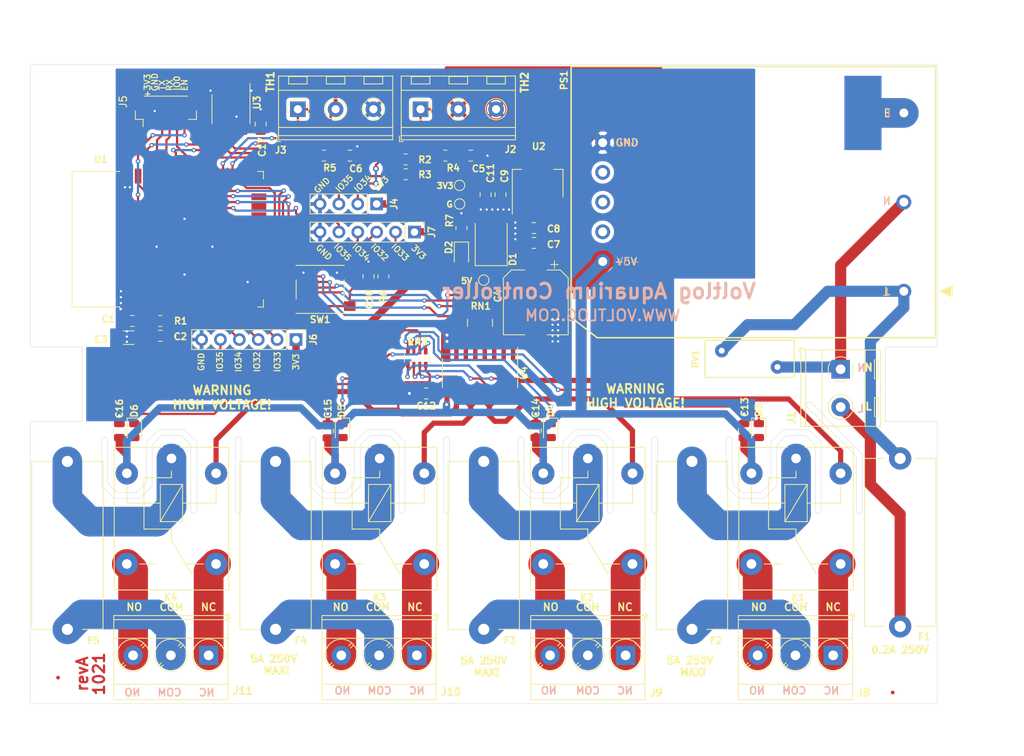
<source format=kicad_pcb>
(kicad_pcb (version 20171130) (host pcbnew "(5.1.8)-1")
  (layers (0 F.Cu signal) (31 B.Cu signal) (34 B.Paste user) (35 F.Paste user) (36 B.SilkS user) (37 F.SilkS user) (38 B.Mask user) (39 F.Mask user) (44 Edge.Cuts user))
  (net 0 "")
  (net 1 GND)
  (net 2 +3V3)
  (net 3 +5V)
  (net 4 "Net-(D2-Pad1)")
  (net 5 "Net-(D3-Pad1)")
  (net 6 "Net-(D4-Pad1)")
  (net 7 "Net-(D5-Pad1)")
  (net 8 "Net-(D6-Pad1)")
  (net 9 "Net-(F1-Pad2)")
  (net 10 "Net-(F2-Pad2)")
  (net 11 "Net-(F2-Pad1)")
  (net 12 "Net-(F3-Pad2)")
  (net 13 "Net-(F3-Pad1)")
  (net 14 "Net-(F4-Pad2)")
  (net 15 "Net-(F4-Pad1)")
  (net 16 "Net-(F5-Pad2)")
  (net 17 "Net-(F5-Pad1)")
  (net 18 /IO27)
  (net 19 /IO26)
  (net 20 /SDA)
  (net 21 /SCL)
  (net 22 /TX)
  (net 23 /RX)
  (net 24 /IO0)
  (net 25 /EN)
  (net 26 /ADC1_CH7)
  (net 27 /ADC1_CH6)
  (net 28 /ADC1_CH5)
  (net 29 /ADC1_CH4)
  (net 30 /IO19)
  (net 31 /IO18)
  (net 32 /IO17)
  (net 33 /IO16)
  (net 34 "Net-(J8-Pad3)")
  (net 35 "Net-(J8-Pad1)")
  (net 36 "Net-(J9-Pad3)")
  (net 37 "Net-(J9-Pad1)")
  (net 38 "Net-(J10-Pad3)")
  (net 39 "Net-(J10-Pad1)")
  (net 40 "Net-(J11-Pad3)")
  (net 41 "Net-(J11-Pad1)")
  (net 42 /Relay/O1)
  (net 43 /Relay/O3)
  (net 44 /Relay/I3)
  (net 45 /Relay/I1)
  (net 46 "Net-(U1-Pad32)")
  (net 47 /IO2)
  (net 48 "Net-(U1-Pad23)")
  (net 49 "Net-(U1-Pad22)")
  (net 50 "Net-(U1-Pad21)")
  (net 51 "Net-(U1-Pad20)")
  (net 52 "Net-(U1-Pad19)")
  (net 53 "Net-(U1-Pad18)")
  (net 54 "Net-(U1-Pad17)")
  (net 55 "Net-(U1-Pad14)")
  (net 56 "Net-(U1-Pad13)")
  (net 57 "Net-(U1-Pad5)")
  (net 58 "Net-(U1-Pad4)")
  (net 59 /L_FUSED)
  (net 60 /N)
  (net 61 /Relay/O2)
  (net 62 /Relay/O4)
  (net 63 /Relay/I2)
  (net 64 /Relay/I4)
  (net 65 /IO25)
  (net 66 /IO13)
  (net 67 /IO4)
  (net 68 /IO23)
  (net 69 /IO5)
  (net 70 "Net-(PS1-Pad3)")
  (module Voltlog:VoltLink (layer F.Cu) (at 57.25 65.25)
    (fp_text reference J5 (at -5.75 -1.25 90) (layer F.SilkS))
    (fp_text value VoltLink_target)
    (pad MP smd roundrect (at 3.8 -1.2) (size 1.2 1.8) (layers F.Cu F.Paste F.Mask) (roundrect_rratio 0.208333))
    (pad MP smd roundrect (at -3.8 -1.2) (size 1.2 1.8) (layers F.Cu F.Paste F.Mask) (roundrect_rratio 0.208333))
    (pad 6 smd roundrect (at 2.5 1.325) (size 0.6 1.55) (layers F.Cu F.Paste F.Mask) (net 25 /EN))
    (pad 5 smd roundrect (at 1.5 1.325) (size 0.6 1.55) (layers F.Cu F.Paste F.Mask) (net 24 /IO0))
    (pad 4 smd roundrect (at 0.5 1.325) (size 0.6 1.55) (layers F.Cu F.Paste F.Mask) (net 23 /RX))
    (pad 3 smd roundrect (at -0.5 1.325) (size 0.6 1.55) (layers F.Cu F.Paste F.Mask) (net 22 /TX))
    (pad 2 smd roundrect (at -1.5 1.325) (size 0.6 1.55) (layers F.Cu F.Paste F.Mask) (net 1 GND))
    (pad 1 smd roundrect (at -2.5 1.325) (size 0.6 1.55) (layers F.Cu F.Paste F.Mask) (net 2 +3V3))
  )
  (module Varistor:RV_Disc_D12mm_W5mm_P7.5mm (layer F.Cu) (at 132 97.5)
    (fp_text reference RV1 (at -3.5 1.1 90) (layer F.SilkS) (effects (font (size 0.9 0.9) (thickness 0.2))))
    (fp_text value 275V)
    (pad 2 thru_hole circle (at 7.5 2.2) (size 1.8 1.8) (drill 0.8) (layers *.Cu *.Mask) (net 60 /N))
    (pad 1 thru_hole circle (at 0 0) (size 1.8 1.8) (drill 0.8) (layers *.Cu *.Mask) (net 59 /L_FUSED))
  )
  (module TestPoint:TestPoint_Pad_D1.0mm (layer F.Cu) (at 96.75 75.25)
    (fp_text reference TP4 hide)
    (fp_text value 3V3)
    (pad 1 smd circle (at 0 0) (size 1 1) (layers F.Cu F.Mask) (net 2 +3V3))
  )
  (module TestPoint:TestPoint_Pad_D1.0mm (layer F.Cu) (at 96.75 77.75)
    (fp_text reference TP3 hide)
    (fp_text value GND)
    (pad 1 smd circle (at 0 0) (size 1 1) (layers F.Cu F.Mask) (net 1 GND))
  )
  (module TestPoint:TestPoint_Pad_D1.0mm (layer F.Cu) (at 100 88)
    (fp_text reference TP2 hide)
    (fp_text value 5V)
    (pad 1 smd circle (at 0 0) (size 1 1) (layers F.Cu F.Mask) (net 3 +5V))
  )
  (module Connector_Wire:SolderWirePad_1x01_SMD_5x10mm (layer B.Cu) (at 151 65.5)
    (fp_text reference TP1 hide)
    (fp_text value "Floating Ground")
    (pad 1 smd rect (at 0 0) (size 5 10) (layers B.Cu B.Paste B.Mask) (net 70 "Net-(PS1-Pad3)"))
  )
  (module Capacitor_SMD:C_0805_2012Metric (layer F.Cu) (at 52.75 93.5 180)
    (fp_text reference C1 (at 3.25 0.25) (layer F.SilkS) (effects (font (size 0.9 0.9) (thickness 0.2))))
    (fp_text value 0.1uF)
    (pad 2 smd roundrect (at 0.95 0 180) (size 1 1.45) (layers F.Cu F.Paste F.Mask) (net 1 GND))
    (pad 1 smd roundrect (at -0.95 0 180) (size 1 1.45) (layers F.Cu F.Paste F.Mask) (net 2 +3V3))
  )
  (module Package_SO:SOIC-8_3.9x4.9mm_P1.27mm (layer F.Cu) (at 66 65 270)
    (fp_text reference U3 (at -0.9 -3.5 90) (layer F.SilkS) (effects (font (size 0.9 0.9) (thickness 0.2))))
    (fp_text value FM24C64C)
    (pad 8 smd roundrect (at 2.475 -1.905 270) (size 1.95 0.6) (layers F.Cu F.Paste F.Mask) (net 2 +3V3))
    (pad 7 smd roundrect (at 2.475 -0.635 270) (size 1.95 0.6) (layers F.Cu F.Paste F.Mask) (net 1 GND))
    (pad 6 smd roundrect (at 2.475 0.635 270) (size 1.95 0.6) (layers F.Cu F.Paste F.Mask) (net 21 /SCL))
    (pad 5 smd roundrect (at 2.475 1.905 270) (size 1.95 0.6) (layers F.Cu F.Paste F.Mask) (net 20 /SDA))
    (pad 4 smd roundrect (at -2.475 1.905 270) (size 1.95 0.6) (layers F.Cu F.Paste F.Mask) (net 1 GND))
    (pad 3 smd roundrect (at -2.475 0.635 270) (size 1.95 0.6) (layers F.Cu F.Paste F.Mask) (net 1 GND))
    (pad 2 smd roundrect (at -2.475 -0.635 270) (size 1.95 0.6) (layers F.Cu F.Paste F.Mask) (net 1 GND))
    (pad 1 smd roundrect (at -2.475 -1.905 270) (size 1.95 0.6) (layers F.Cu F.Paste F.Mask) (net 1 GND))
  )
  (module Capacitor_SMD:C_0805_2012Metric (layer F.Cu) (at 70 67 90)
    (fp_text reference C17 (at -3.1 0.2 90) (layer F.SilkS) (effects (font (size 0.9 0.9) (thickness 0.2))))
    (fp_text value 0.1uF)
    (pad 2 smd roundrect (at 0.95 0 90) (size 1 1.45) (layers F.Cu F.Paste F.Mask) (net 1 GND))
    (pad 1 smd roundrect (at -0.95 0 90) (size 1 1.45) (layers F.Cu F.Paste F.Mask) (net 2 +3V3))
  )
  (module Voltlog:TDPOWER-TAS5 (layer F.Cu) (at 136.25 77.5 180)
    (fp_text reference PS1 (at 25.45 16.4 90) (layer F.SilkS) (effects (font (size 0.9 0.9) (thickness 0.2))))
    (fp_text value TAS5-5-W)
    (pad 6 thru_hole circle (at 20.25 0 180) (size 2 2) (drill 1.2) (layers *.Cu *.Mask))
    (pad 5 thru_hole circle (at 20.25 4 180) (size 2 2) (drill 1.2) (layers *.Cu *.Mask))
    (pad 7 thru_hole circle (at 20.25 -4 180) (size 2 2) (drill 1.2) (layers *.Cu *.Mask))
    (pad 4 thru_hole circle (at 20.25 8 180) (size 2 2) (drill 1.2) (layers *.Cu *.Mask) (net 1 GND))
    (pad 8 thru_hole circle (at 20.25 -8 180) (size 2 2) (drill 1.2) (layers *.Cu *.Mask) (net 3 +5V))
    (pad 3 thru_hole circle (at -20.25 12 180) (size 2 2) (drill 1.2) (layers *.Cu *.Mask) (net 70 "Net-(PS1-Pad3)"))
    (pad 2 thru_hole circle (at -20.25 0 180) (size 2 2) (drill 1.2) (layers *.Cu *.Mask) (net 60 /N))
    (pad 1 thru_hole circle (at -20.25 -12 180) (size 2 2) (drill 1.2) (layers *.Cu *.Mask) (net 59 /L_FUSED))
  )
  (module Resistor_SMD:R_Array_Convex_4x0603 (layer F.Cu) (at 91 98.5 90)
    (fp_text reference RN3 (at 2.2 0.1 180) (layer F.SilkS) (effects (font (size 0.9 0.9) (thickness 0.2))))
    (fp_text value 2K)
    (pad 5 smd rect (at 0.9 1.2 90) (size 0.8 0.5) (layers F.Cu F.Paste F.Mask) (net 8 "Net-(D6-Pad1)"))
    (pad 6 smd rect (at 0.9 0.4 90) (size 0.8 0.4) (layers F.Cu F.Paste F.Mask) (net 7 "Net-(D5-Pad1)"))
    (pad 8 smd rect (at 0.9 -1.2 90) (size 0.8 0.5) (layers F.Cu F.Paste F.Mask) (net 5 "Net-(D3-Pad1)"))
    (pad 7 smd rect (at 0.9 -0.4 90) (size 0.8 0.4) (layers F.Cu F.Paste F.Mask) (net 6 "Net-(D4-Pad1)"))
    (pad 4 smd rect (at -0.9 1.2 90) (size 0.8 0.5) (layers F.Cu F.Paste F.Mask) (net 62 /Relay/O4))
    (pad 2 smd rect (at -0.9 -0.4 90) (size 0.8 0.4) (layers F.Cu F.Paste F.Mask) (net 61 /Relay/O2))
    (pad 3 smd rect (at -0.9 0.4 90) (size 0.8 0.4) (layers F.Cu F.Paste F.Mask) (net 43 /Relay/O3))
    (pad 1 smd rect (at -0.9 -1.2 90) (size 0.8 0.5) (layers F.Cu F.Paste F.Mask) (net 42 /Relay/O1))
  )
  (module Resistor_SMD:R_Array_Convex_4x0603 (layer F.Cu) (at 99.5 93.75 270)
    (fp_text reference RN1 (at -2.25 -0.1 180) (layer F.SilkS) (effects (font (size 0.9 0.9) (thickness 0.2))))
    (fp_text value 270R)
    (pad 5 smd rect (at 0.9 1.2 270) (size 0.8 0.5) (layers F.Cu F.Paste F.Mask) (net 64 /Relay/I4))
    (pad 6 smd rect (at 0.9 0.4 270) (size 0.8 0.4) (layers F.Cu F.Paste F.Mask) (net 44 /Relay/I3))
    (pad 8 smd rect (at 0.9 -1.2 270) (size 0.8 0.5) (layers F.Cu F.Paste F.Mask) (net 45 /Relay/I1))
    (pad 7 smd rect (at 0.9 -0.4 270) (size 0.8 0.4) (layers F.Cu F.Paste F.Mask) (net 63 /Relay/I2))
    (pad 4 smd rect (at -0.9 1.2 270) (size 0.8 0.5) (layers F.Cu F.Paste F.Mask) (net 66 /IO13))
    (pad 2 smd rect (at -0.9 -0.4 270) (size 0.8 0.4) (layers F.Cu F.Paste F.Mask) (net 18 /IO27))
    (pad 3 smd rect (at -0.9 0.4 270) (size 0.8 0.4) (layers F.Cu F.Paste F.Mask) (net 19 /IO26))
    (pad 1 smd rect (at -0.9 -1.2 270) (size 0.8 0.5) (layers F.Cu F.Paste F.Mask) (net 67 /IO4))
  )
  (module TerminalBlock_RND:TerminalBlock_RND_205-00287_1x02_P5.08mm_Horizontal (layer F.Cu) (at 148 100 270)
    (fp_text reference J1 (at 6.5 6.6 270) (layer F.SilkS) (effects (font (thickness 0.25))))
    (fp_text value AC_IN)
    (pad 2 thru_hole circle (at 5.08 0 270) (size 2.5 2.5) (drill 1.3) (layers *.Cu *.Mask) (net 9 "Net-(F1-Pad2)"))
    (pad 1 thru_hole rect (at 0 0 270) (size 2.5 2.5) (drill 1.3) (layers *.Cu *.Mask) (net 60 /N))
  )
  (module Voltlog:Bernic_BE4969842011 (layer F.Cu) (at 100 102)
    (fp_text reference N1 hide)
    (fp_text value Housing)
  )
  (module Relay_THT:Relay_SPDT_Finder_36.11 (layer F.Cu) (at 58 112 270)
    (fp_text reference K4 (at 18.7 0.1 180) (layer F.SilkS) (effects (font (size 0.9 0.9) (thickness 0.2))))
    (fp_text value FINDER-36.11)
    (pad 11 thru_hole circle (at 0 0 270) (size 3 3) (drill 1.3) (layers *.Cu *.Mask) (net 16 "Net-(F5-Pad2)"))
    (pad A2 thru_hole circle (at 2 -6 270) (size 3 3) (drill 1.3) (layers *.Cu *.Mask) (net 62 /Relay/O4))
    (pad 12 thru_hole circle (at 14.2 -6 270) (size 3 3) (drill 1.3) (layers *.Cu *.Mask) (net 41 "Net-(J11-Pad1)"))
    (pad 14 thru_hole circle (at 14.2 6 270) (size 3 3) (drill 1.3) (layers *.Cu *.Mask) (net 40 "Net-(J11-Pad3)"))
    (pad A1 thru_hole circle (at 2 6 270) (size 3 3) (drill 1.3) (layers *.Cu *.Mask) (net 3 +5V))
  )
  (module Relay_THT:Relay_SPDT_Finder_36.11 (layer F.Cu) (at 86 112 270)
    (fp_text reference K3 (at 18.7 0 180) (layer F.SilkS) (effects (font (size 0.9 0.9) (thickness 0.2))))
    (fp_text value FINDER-36.11)
    (pad 11 thru_hole circle (at 0 0 270) (size 3 3) (drill 1.3) (layers *.Cu *.Mask) (net 14 "Net-(F4-Pad2)"))
    (pad A2 thru_hole circle (at 2 -6 270) (size 3 3) (drill 1.3) (layers *.Cu *.Mask) (net 43 /Relay/O3))
    (pad 12 thru_hole circle (at 14.2 -6 270) (size 3 3) (drill 1.3) (layers *.Cu *.Mask) (net 39 "Net-(J10-Pad1)"))
    (pad 14 thru_hole circle (at 14.2 6 270) (size 3 3) (drill 1.3) (layers *.Cu *.Mask) (net 38 "Net-(J10-Pad3)"))
    (pad A1 thru_hole circle (at 2 6 270) (size 3 3) (drill 1.3) (layers *.Cu *.Mask) (net 3 +5V))
  )
  (module Relay_THT:Relay_SPDT_Finder_36.11 (layer F.Cu) (at 114 112 270)
    (fp_text reference K2 (at 18.7 0.1 180) (layer F.SilkS) (effects (font (size 0.9 0.9) (thickness 0.2))))
    (fp_text value FINDER-36.11)
    (pad 11 thru_hole circle (at 0 0 270) (size 3 3) (drill 1.3) (layers *.Cu *.Mask) (net 12 "Net-(F3-Pad2)"))
    (pad A2 thru_hole circle (at 2 -6 270) (size 3 3) (drill 1.3) (layers *.Cu *.Mask) (net 61 /Relay/O2))
    (pad 12 thru_hole circle (at 14.2 -6 270) (size 3 3) (drill 1.3) (layers *.Cu *.Mask) (net 37 "Net-(J9-Pad1)"))
    (pad 14 thru_hole circle (at 14.2 6 270) (size 3 3) (drill 1.3) (layers *.Cu *.Mask) (net 36 "Net-(J9-Pad3)"))
    (pad A1 thru_hole circle (at 2 6 270) (size 3 3) (drill 1.3) (layers *.Cu *.Mask) (net 3 +5V))
  )
  (module Relay_THT:Relay_SPDT_Finder_36.11 (layer F.Cu) (at 142 112 270)
    (fp_text reference K1 (at 18.7 -0.3 180) (layer F.SilkS) (effects (font (size 0.9 0.9) (thickness 0.2))))
    (fp_text value FINDER-36.11)
    (pad 11 thru_hole circle (at 0 0 270) (size 3 3) (drill 1.3) (layers *.Cu *.Mask) (net 10 "Net-(F2-Pad2)"))
    (pad A2 thru_hole circle (at 2 -6 270) (size 3 3) (drill 1.3) (layers *.Cu *.Mask) (net 42 /Relay/O1))
    (pad 12 thru_hole circle (at 14.2 -6 270) (size 3 3) (drill 1.3) (layers *.Cu *.Mask) (net 35 "Net-(J8-Pad1)"))
    (pad 14 thru_hole circle (at 14.2 6 270) (size 3 3) (drill 1.3) (layers *.Cu *.Mask) (net 34 "Net-(J8-Pad3)"))
    (pad A1 thru_hole circle (at 2 6 270) (size 3 3) (drill 1.3) (layers *.Cu *.Mask) (net 3 +5V))
  )
  (module Voltlog:voltlog_mask_5mm (layer F.Cu) (at 108 65)
    (fp_text reference V1 hide)
    (fp_text value VOLTLOG_LOGO hide)
  )
  (module Package_SO:SO-16_3.9x9.9mm_P1.27mm (layer F.Cu) (at 99.5 100.5 270)
    (fp_text reference U4 (at 0 -5.9 90) (layer F.SilkS) (effects (font (size 0.9 0.9) (thickness 0.2))))
    (fp_text value ULN2003AD)
    (pad 16 smd roundrect (at 2.575 -4.445 270) (size 1.75 0.6) (layers F.Cu F.Paste F.Mask) (net 42 /Relay/O1))
    (pad 15 smd roundrect (at 2.575 -3.175 270) (size 1.75 0.6) (layers F.Cu F.Paste F.Mask) (net 42 /Relay/O1))
    (pad 14 smd roundrect (at 2.575 -1.905 270) (size 1.75 0.6) (layers F.Cu F.Paste F.Mask) (net 61 /Relay/O2))
    (pad 13 smd roundrect (at 2.575 -0.635 270) (size 1.75 0.6) (layers F.Cu F.Paste F.Mask) (net 61 /Relay/O2))
    (pad 12 smd roundrect (at 2.575 0.635 270) (size 1.75 0.6) (layers F.Cu F.Paste F.Mask) (net 43 /Relay/O3))
    (pad 11 smd roundrect (at 2.575 1.905 270) (size 1.75 0.6) (layers F.Cu F.Paste F.Mask) (net 43 /Relay/O3))
    (pad 10 smd roundrect (at 2.575 3.175 270) (size 1.75 0.6) (layers F.Cu F.Paste F.Mask) (net 62 /Relay/O4))
    (pad 9 smd roundrect (at 2.575 4.445 270) (size 1.75 0.6) (layers F.Cu F.Paste F.Mask) (net 3 +5V))
    (pad 8 smd roundrect (at -2.575 4.445 270) (size 1.75 0.6) (layers F.Cu F.Paste F.Mask) (net 1 GND))
    (pad 7 smd roundrect (at -2.575 3.175 270) (size 1.75 0.6) (layers F.Cu F.Paste F.Mask) (net 64 /Relay/I4))
    (pad 6 smd roundrect (at -2.575 1.905 270) (size 1.75 0.6) (layers F.Cu F.Paste F.Mask) (net 44 /Relay/I3))
    (pad 5 smd roundrect (at -2.575 0.635 270) (size 1.75 0.6) (layers F.Cu F.Paste F.Mask) (net 44 /Relay/I3))
    (pad 4 smd roundrect (at -2.575 -0.635 270) (size 1.75 0.6) (layers F.Cu F.Paste F.Mask) (net 63 /Relay/I2))
    (pad 3 smd roundrect (at -2.575 -1.905 270) (size 1.75 0.6) (layers F.Cu F.Paste F.Mask) (net 63 /Relay/I2))
    (pad 2 smd roundrect (at -2.575 -3.175 270) (size 1.75 0.6) (layers F.Cu F.Paste F.Mask) (net 45 /Relay/I1))
    (pad 1 smd roundrect (at -2.575 -4.445 270) (size 1.75 0.6) (layers F.Cu F.Paste F.Mask) (net 45 /Relay/I1))
  )
  (module Package_TO_SOT_SMD:SOT-223-3_TabPin2 (layer F.Cu) (at 107.25 75 90)
    (fp_text reference U2 (at 5 0.15 180) (layer F.SilkS) (effects (font (size 0.9 0.9) (thickness 0.2))))
    (fp_text value NCP1117-3.3_SOT223)
    (pad 1 smd rect (at -3.15 -2.3 90) (size 2 1.5) (layers F.Cu F.Paste F.Mask) (net 1 GND))
    (pad 3 smd rect (at -3.15 2.3 90) (size 2 1.5) (layers F.Cu F.Paste F.Mask) (net 3 +5V))
    (pad 2 smd rect (at -3.15 0 90) (size 2 1.5) (layers F.Cu F.Paste F.Mask) (net 2 +3V3))
    (pad 2 smd rect (at 3.15 0 90) (size 2 3.8) (layers F.Cu F.Paste F.Mask) (net 2 +3V3))
  )
  (module RF_Module:ESP32-WROOM-32 (layer F.Cu) (at 60.5 82.5 90)
    (fp_text reference U1 (at 10.75 -12) (layer F.SilkS) (effects (font (size 0.9 0.9) (thickness 0.2))))
    (fp_text value ESP32-WROOM-32D)
    (pad 38 smd rect (at 8.5 -8.255 90) (size 2 0.9) (layers F.Cu F.Paste F.Mask) (net 1 GND))
    (pad 37 smd rect (at 8.5 -6.985 90) (size 2 0.9) (layers F.Cu F.Paste F.Mask) (net 68 /IO23))
    (pad 36 smd rect (at 8.5 -5.715 90) (size 2 0.9) (layers F.Cu F.Paste F.Mask) (net 21 /SCL))
    (pad 35 smd rect (at 8.5 -4.445 90) (size 2 0.9) (layers F.Cu F.Paste F.Mask) (net 22 /TX))
    (pad 34 smd rect (at 8.5 -3.175 90) (size 2 0.9) (layers F.Cu F.Paste F.Mask) (net 23 /RX))
    (pad 33 smd rect (at 8.5 -1.905 90) (size 2 0.9) (layers F.Cu F.Paste F.Mask) (net 20 /SDA))
    (pad 32 smd rect (at 8.5 -0.635 90) (size 2 0.9) (layers F.Cu F.Paste F.Mask) (net 46 "Net-(U1-Pad32)"))
    (pad 31 smd rect (at 8.5 0.635 90) (size 2 0.9) (layers F.Cu F.Paste F.Mask) (net 30 /IO19))
    (pad 30 smd rect (at 8.5 1.905 90) (size 2 0.9) (layers F.Cu F.Paste F.Mask) (net 31 /IO18))
    (pad 29 smd rect (at 8.5 3.175 90) (size 2 0.9) (layers F.Cu F.Paste F.Mask) (net 69 /IO5))
    (pad 28 smd rect (at 8.5 4.445 90) (size 2 0.9) (layers F.Cu F.Paste F.Mask) (net 32 /IO17))
    (pad 27 smd rect (at 8.5 5.715 90) (size 2 0.9) (layers F.Cu F.Paste F.Mask) (net 33 /IO16))
    (pad 26 smd rect (at 8.5 6.985 90) (size 2 0.9) (layers F.Cu F.Paste F.Mask) (net 67 /IO4))
    (pad 25 smd rect (at 8.5 8.255 90) (size 2 0.9) (layers F.Cu F.Paste F.Mask) (net 24 /IO0))
    (pad 24 smd rect (at 5.715 9.255 180) (size 2 0.9) (layers F.Cu F.Paste F.Mask) (net 47 /IO2))
    (pad 23 smd rect (at 4.445 9.255 180) (size 2 0.9) (layers F.Cu F.Paste F.Mask) (net 48 "Net-(U1-Pad23)"))
    (pad 22 smd rect (at 3.175 9.255 180) (size 2 0.9) (layers F.Cu F.Paste F.Mask) (net 49 "Net-(U1-Pad22)"))
    (pad 21 smd rect (at 1.905 9.255 180) (size 2 0.9) (layers F.Cu F.Paste F.Mask) (net 50 "Net-(U1-Pad21)"))
    (pad 20 smd rect (at 0.635 9.255 180) (size 2 0.9) (layers F.Cu F.Paste F.Mask) (net 51 "Net-(U1-Pad20)"))
    (pad 19 smd rect (at -0.635 9.255 180) (size 2 0.9) (layers F.Cu F.Paste F.Mask) (net 52 "Net-(U1-Pad19)"))
    (pad 18 smd rect (at -1.905 9.255 180) (size 2 0.9) (layers F.Cu F.Paste F.Mask) (net 53 "Net-(U1-Pad18)"))
    (pad 17 smd rect (at -3.175 9.255 180) (size 2 0.9) (layers F.Cu F.Paste F.Mask) (net 54 "Net-(U1-Pad17)"))
    (pad 16 smd rect (at -4.445 9.255 180) (size 2 0.9) (layers F.Cu F.Paste F.Mask) (net 66 /IO13))
    (pad 15 smd rect (at -5.715 9.255 180) (size 2 0.9) (layers F.Cu F.Paste F.Mask) (net 1 GND))
    (pad 14 smd rect (at -8.5 8.255 90) (size 2 0.9) (layers F.Cu F.Paste F.Mask) (net 55 "Net-(U1-Pad14)"))
    (pad 13 smd rect (at -8.5 6.985 90) (size 2 0.9) (layers F.Cu F.Paste F.Mask) (net 56 "Net-(U1-Pad13)"))
    (pad 12 smd rect (at -8.5 5.715 90) (size 2 0.9) (layers F.Cu F.Paste F.Mask) (net 18 /IO27))
    (pad 11 smd rect (at -8.5 4.445 90) (size 2 0.9) (layers F.Cu F.Paste F.Mask) (net 19 /IO26))
    (pad 10 smd rect (at -8.5 3.175 90) (size 2 0.9) (layers F.Cu F.Paste F.Mask) (net 65 /IO25))
    (pad 9 smd rect (at -8.5 1.905 90) (size 2 0.9) (layers F.Cu F.Paste F.Mask) (net 28 /ADC1_CH5))
    (pad 8 smd rect (at -8.5 0.635 90) (size 2 0.9) (layers F.Cu F.Paste F.Mask) (net 29 /ADC1_CH4))
    (pad 7 smd rect (at -8.5 -0.635 90) (size 2 0.9) (layers F.Cu F.Paste F.Mask) (net 26 /ADC1_CH7))
    (pad 6 smd rect (at -8.5 -1.905 90) (size 2 0.9) (layers F.Cu F.Paste F.Mask) (net 27 /ADC1_CH6))
    (pad 5 smd rect (at -8.5 -3.175 90) (size 2 0.9) (layers F.Cu F.Paste F.Mask) (net 57 "Net-(U1-Pad5)"))
    (pad 4 smd rect (at -8.5 -4.445 90) (size 2 0.9) (layers F.Cu F.Paste F.Mask) (net 58 "Net-(U1-Pad4)"))
    (pad 3 smd rect (at -8.5 -5.715 90) (size 2 0.9) (layers F.Cu F.Paste F.Mask) (net 25 /EN))
    (pad 2 smd rect (at -8.5 -6.985 90) (size 2 0.9) (layers F.Cu F.Paste F.Mask) (net 2 +3V3))
    (pad 1 smd rect (at -8.5 -8.255 90) (size 2 0.9) (layers F.Cu F.Paste F.Mask) (net 1 GND))
    (pad 39 smd rect (at -1 -0.755 90) (size 5 5) (layers F.Cu F.Paste F.Mask) (net 1 GND))
  )
  (module Button_Switch_SMD:SW_SPST_PTS645 (layer F.Cu) (at 78 89.25 180)
    (fp_text reference SW1 (at 0 -4.05) (layer F.SilkS) (effects (font (size 0.9 0.9) (thickness 0.2))))
    (fp_text value USER)
    (pad 2 smd rect (at 3.98 2.25 180) (size 1.55 1.3) (layers F.Cu F.Paste F.Mask) (net 1 GND))
    (pad 1 smd rect (at 3.98 -2.25 180) (size 1.55 1.3) (layers F.Cu F.Paste F.Mask) (net 65 /IO25))
    (pad 1 smd rect (at -3.98 -2.25 180) (size 1.55 1.3) (layers F.Cu F.Paste F.Mask) (net 65 /IO25))
    (pad 2 smd rect (at -3.98 2.25 180) (size 1.55 1.3) (layers F.Cu F.Paste F.Mask) (net 1 GND))
  )
  (module Resistor_SMD:R_0805_2012Metric (layer F.Cu) (at 97 81 90)
    (fp_text reference R7 (at 1 -1.6 90) (layer F.SilkS) (effects (font (size 0.9 0.9) (thickness 0.2))))
    (fp_text value 1K)
    (pad 2 smd roundrect (at 0.9125 0 90) (size 1.025 1.4) (layers F.Cu F.Paste F.Mask) (roundrect_rratio 0.2439014634146341) (net 1 GND))
    (pad 1 smd roundrect (at -0.9125 0 90) (size 1.025 1.4) (layers F.Cu F.Paste F.Mask) (roundrect_rratio 0.2439014634146341) (net 4 "Net-(D2-Pad1)"))
  )
  (module Resistor_SMD:R_0805_2012Metric (layer F.Cu) (at 86.5 87.5 270)
    (fp_text reference R6 (at 2.7 0 90) (layer F.SilkS) (effects (font (size 0.9 0.9) (thickness 0.2))))
    (fp_text value 10K)
    (pad 2 smd roundrect (at 0.9125 0 270) (size 1.025 1.4) (layers F.Cu F.Paste F.Mask) (roundrect_rratio 0.2439014634146341) (net 65 /IO25))
    (pad 1 smd roundrect (at -0.9125 0 270) (size 1.025 1.4) (layers F.Cu F.Paste F.Mask) (roundrect_rratio 0.2439014634146341) (net 2 +3V3))
  )
  (module Resistor_SMD:R_0805_2012Metric (layer F.Cu) (at 78.5 71.25 180)
    (fp_text reference R5 (at -0.8 -1.65) (layer F.SilkS) (effects (font (size 0.9 0.9) (thickness 0.2))))
    (fp_text value 4K7)
    (pad 2 smd roundrect (at 0.9125 0 180) (size 1.025 1.4) (layers F.Cu F.Paste F.Mask) (roundrect_rratio 0.2439014634146341) (net 32 /IO17))
    (pad 1 smd roundrect (at -0.9125 0 180) (size 1.025 1.4) (layers F.Cu F.Paste F.Mask) (roundrect_rratio 0.2439014634146341) (net 2 +3V3))
  )
  (module Resistor_SMD:R_0805_2012Metric (layer F.Cu) (at 94.8375 71.25 180)
    (fp_text reference R4 (at -1.0625 -1.65) (layer F.SilkS) (effects (font (size 0.9 0.9) (thickness 0.2))))
    (fp_text value 4K7)
    (pad 2 smd roundrect (at 0.9125 0 180) (size 1.025 1.4) (layers F.Cu F.Paste F.Mask) (roundrect_rratio 0.2439014634146341) (net 33 /IO16))
    (pad 1 smd roundrect (at -0.9125 0 180) (size 1.025 1.4) (layers F.Cu F.Paste F.Mask) (roundrect_rratio 0.244) (net 2 +3V3))
  )
  (module Resistor_SMD:R_0805_2012Metric (layer F.Cu) (at 89.5 73.75 180)
    (fp_text reference R3 (at -2.6 -0.05) (layer F.SilkS) (effects (font (size 0.9 0.9) (thickness 0.2))))
    (fp_text value 4K7)
    (pad 2 smd roundrect (at 0.9125 0 180) (size 1.025 1.4) (layers F.Cu F.Paste F.Mask) (roundrect_rratio 0.2439014634146341) (net 21 /SCL))
    (pad 1 smd roundrect (at -0.9125 0 180) (size 1.025 1.4) (layers F.Cu F.Paste F.Mask) (roundrect_rratio 0.2439014634146341) (net 2 +3V3))
  )
  (module Resistor_SMD:R_0805_2012Metric (layer F.Cu) (at 89.5 71.75 180)
    (fp_text reference R2 (at -2.6 -0.05) (layer F.SilkS) (effects (font (size 0.9 0.9) (thickness 0.2))))
    (fp_text value 4K7)
    (pad 2 smd roundrect (at 0.9125 0 180) (size 1.025 1.4) (layers F.Cu F.Paste F.Mask) (roundrect_rratio 0.2439014634146341) (net 20 /SDA))
    (pad 1 smd roundrect (at -0.9125 0 180) (size 1.025 1.4) (layers F.Cu F.Paste F.Mask) (roundrect_rratio 0.2439014634146341) (net 2 +3V3))
  )
  (module Resistor_SMD:R_0805_2012Metric (layer F.Cu) (at 56.5 93.5 180)
    (fp_text reference R1 (at -2.75 0) (layer F.SilkS) (effects (font (size 0.9 0.9) (thickness 0.2))))
    (fp_text value 10K)
    (pad 2 smd roundrect (at 0.9125 0 180) (size 1.025 1.4) (layers F.Cu F.Paste F.Mask) (roundrect_rratio 0.2439014634146341) (net 25 /EN))
    (pad 1 smd roundrect (at -0.9125 0 180) (size 1.025 1.4) (layers F.Cu F.Paste F.Mask) (roundrect_rratio 0.2439014634146341) (net 2 +3V3))
  )
  (module TerminalBlock_Phoenix:TerminalBlock_Phoenix_MKDS-3-3-5.08_1x03_P5.08mm_Horizontal (layer F.Cu) (at 63 138.5 180)
    (fp_text reference J11 (at -4.6 -4.75) (layer F.SilkS) (effects (font (thickness 0.25))))
    (fp_text value CH4)
    (pad 3 thru_hole circle (at 10.16 0 180) (size 2.6 2.6) (drill 1.3) (layers *.Cu *.Mask) (net 40 "Net-(J11-Pad3)"))
    (pad 2 thru_hole circle (at 5.08 0 180) (size 2.6 2.6) (drill 1.3) (layers *.Cu *.Mask) (net 17 "Net-(F5-Pad1)"))
    (pad 1 thru_hole rect (at 0 0 180) (size 2.6 2.6) (drill 1.3) (layers *.Cu *.Mask) (net 41 "Net-(J11-Pad1)"))
  )
  (module TerminalBlock_Phoenix:TerminalBlock_Phoenix_MKDS-3-3-5.08_1x03_P5.08mm_Horizontal (layer F.Cu) (at 91 138.5 180)
    (fp_text reference J10 (at -4.6 -4.9) (layer F.SilkS) (effects (font (thickness 0.25))))
    (fp_text value CH3)
    (pad 3 thru_hole circle (at 10.16 0 180) (size 2.6 2.6) (drill 1.3) (layers *.Cu *.Mask) (net 38 "Net-(J10-Pad3)"))
    (pad 2 thru_hole circle (at 5.08 0 180) (size 2.6 2.6) (drill 1.3) (layers *.Cu *.Mask) (net 15 "Net-(F4-Pad1)"))
    (pad 1 thru_hole rect (at 0 0 180) (size 2.6 2.6) (drill 1.3) (layers *.Cu *.Mask) (net 39 "Net-(J10-Pad1)"))
  )
  (module TerminalBlock_Phoenix:TerminalBlock_Phoenix_MKDS-3-3-5.08_1x03_P5.08mm_Horizontal (layer F.Cu) (at 119.08 138.5 180)
    (fp_text reference J9 (at -4.12 -5) (layer F.SilkS) (effects (font (thickness 0.25))))
    (fp_text value CH2)
    (pad 3 thru_hole circle (at 10.16 0 180) (size 2.6 2.6) (drill 1.3) (layers *.Cu *.Mask) (net 36 "Net-(J9-Pad3)"))
    (pad 2 thru_hole circle (at 5.08 0 180) (size 2.6 2.6) (drill 1.3) (layers *.Cu *.Mask) (net 13 "Net-(F3-Pad1)"))
    (pad 1 thru_hole rect (at 0 0 180) (size 2.6 2.6) (drill 1.3) (layers *.Cu *.Mask) (net 37 "Net-(J9-Pad1)"))
  )
  (module TerminalBlock_Phoenix:TerminalBlock_Phoenix_MKDS-3-3-5.08_1x03_P5.08mm_Horizontal (layer F.Cu) (at 147 138.5 180)
    (fp_text reference J8 (at -4.1 -5) (layer F.SilkS) (effects (font (thickness 0.25))))
    (fp_text value CH1)
    (pad 3 thru_hole circle (at 10.16 0 180) (size 2.6 2.6) (drill 1.3) (layers *.Cu *.Mask) (net 34 "Net-(J8-Pad3)"))
    (pad 2 thru_hole circle (at 5.08 0 180) (size 2.6 2.6) (drill 1.3) (layers *.Cu *.Mask) (net 11 "Net-(F2-Pad1)"))
    (pad 1 thru_hole rect (at 0 0 180) (size 2.6 2.6) (drill 1.3) (layers *.Cu *.Mask) (net 35 "Net-(J8-Pad1)"))
  )
  (module Connector_PinHeader_2.54mm:PinHeader_1x06_P2.54mm_Vertical (layer F.Cu) (at 90.678 81.534 270)
    (fp_text reference J7 (at 0 -2.33 90) (layer F.SilkS) (effects (font (size 0.9 0.9) (thickness 0.2))))
    (fp_text value GPIO)
    (pad 6 thru_hole oval (at 0 12.7 270) (size 1.7 1.7) (drill 1) (layers *.Cu *.Mask) (net 1 GND))
    (pad 5 thru_hole oval (at 0 10.16 270) (size 1.7 1.7) (drill 1) (layers *.Cu *.Mask) (net 68 /IO23))
    (pad 4 thru_hole oval (at 0 7.62 270) (size 1.7 1.7) (drill 1) (layers *.Cu *.Mask) (net 30 /IO19))
    (pad 3 thru_hole oval (at 0 5.08 270) (size 1.7 1.7) (drill 1) (layers *.Cu *.Mask) (net 31 /IO18))
    (pad 2 thru_hole oval (at 0 2.54 270) (size 1.7 1.7) (drill 1) (layers *.Cu *.Mask) (net 69 /IO5))
    (pad 1 thru_hole rect (at 0 0 270) (size 1.7 1.7) (drill 1) (layers *.Cu *.Mask) (net 2 +3V3))
  )
  (module Connector_PinHeader_2.54mm:PinHeader_1x06_P2.54mm_Vertical (layer F.Cu) (at 74.75 96 270)
    (fp_text reference J6 (at 0 -2.33 90) (layer F.SilkS) (effects (font (size 0.9 0.9) (thickness 0.2))))
    (fp_text value ADC)
    (pad 6 thru_hole oval (at 0 12.7 270) (size 1.7 1.7) (drill 1) (layers *.Cu *.Mask) (net 1 GND))
    (pad 5 thru_hole oval (at 0 10.16 270) (size 1.7 1.7) (drill 1) (layers *.Cu *.Mask) (net 27 /ADC1_CH6))
    (pad 4 thru_hole oval (at 0 7.62 270) (size 1.7 1.7) (drill 1) (layers *.Cu *.Mask) (net 26 /ADC1_CH7))
    (pad 3 thru_hole oval (at 0 5.08 270) (size 1.7 1.7) (drill 1) (layers *.Cu *.Mask) (net 29 /ADC1_CH4))
    (pad 2 thru_hole oval (at 0 2.54 270) (size 1.7 1.7) (drill 1) (layers *.Cu *.Mask) (net 28 /ADC1_CH5))
    (pad 1 thru_hole rect (at 0 0 270) (size 1.7 1.7) (drill 1) (layers *.Cu *.Mask) (net 2 +3V3))
  )
  (module Connector_PinHeader_2.54mm:PinHeader_1x04_P2.54mm_Vertical (layer F.Cu) (at 85.598 77.75 270)
    (fp_text reference J4 (at 0 -2.33 90) (layer F.SilkS) (effects (font (size 0.9 0.9) (thickness 0.2))))
    (fp_text value I2C)
    (pad 4 thru_hole oval (at 0 7.62 270) (size 1.7 1.7) (drill 1) (layers *.Cu *.Mask) (net 1 GND))
    (pad 3 thru_hole oval (at 0 5.08 270) (size 1.7 1.7) (drill 1) (layers *.Cu *.Mask) (net 20 /SDA))
    (pad 2 thru_hole oval (at 0 2.54 270) (size 1.7 1.7) (drill 1) (layers *.Cu *.Mask) (net 21 /SCL))
    (pad 1 thru_hole rect (at 0 0 270) (size 1.7 1.7) (drill 1) (layers *.Cu *.Mask) (net 2 +3V3))
  )
  (module TerminalBlock_RND:TerminalBlock_RND_205-00233_1x03_P5.08mm_Horizontal (layer F.Cu) (at 75 65)
    (fp_text reference J3 (at -2.3 5.5) (layer F.SilkS) (effects (font (size 0.9 0.9) (thickness 0.2))))
    (fp_text value TH1)
    (pad 3 thru_hole circle (at 10.16 0) (size 2.1 2.1) (drill 1.1) (layers *.Cu *.Mask) (net 1 GND))
    (pad 2 thru_hole circle (at 5.08 0) (size 2.1 2.1) (drill 1.1) (layers *.Cu *.Mask) (net 2 +3V3))
    (pad 1 thru_hole rect (at 0 0) (size 2.1 2.1) (drill 1.1) (layers *.Cu *.Mask) (net 32 /IO17))
  )
  (module TerminalBlock_RND:TerminalBlock_RND_205-00233_1x03_P5.08mm_Horizontal (layer F.Cu) (at 91.5 65)
    (fp_text reference J2 (at 12.1 5.4) (layer F.SilkS) (effects (font (size 0.9 0.9) (thickness 0.2))))
    (fp_text value TH2)
    (pad 3 thru_hole circle (at 10.16 0) (size 2.1 2.1) (drill 1.1) (layers *.Cu *.Mask) (net 1 GND))
    (pad 2 thru_hole circle (at 5.08 0) (size 2.1 2.1) (drill 1.1) (layers *.Cu *.Mask) (net 2 +3V3))
    (pad 1 thru_hole rect (at 0 0) (size 2.1 2.1) (drill 1.1) (layers *.Cu *.Mask) (net 33 /IO16))
  )
  (module Fiducial:Fiducial_0.5mm_Mask1mm (layer F.Cu) (at 149 63.25)
    (fp_text reference FID3 hide)
    (fp_text value Fiducial)
    (pad "" smd circle (at 0 0) (size 0.5 0.5) (layers F.Cu F.Mask) (clearance 0.25))
  )
  (module Fiducial:Fiducial_0.5mm_Mask1mm (layer F.Cu) (at 155 143.5)
    (fp_text reference FID2 hide)
    (fp_text value Fiducial)
    (pad "" smd circle (at 0 0) (size 0.5 0.5) (layers F.Cu F.Mask) (clearance 0.25))
  )
  (module Fiducial:Fiducial_0.5mm_Mask1mm (layer F.Cu) (at 42.75 141.5)
    (fp_text reference FID1 hide)
    (fp_text value Fiducial)
    (pad "" smd circle (at 0 0) (size 0.5 0.5) (layers F.Cu F.Mask) (clearance 0.25))
  )
  (module Fuse:Fuseholder_Cylinder-5x20mm_Stelvio-Kontek_PTF78_Horizontal_Open (layer F.Cu) (at 44 135 90)
    (fp_text reference F5 (at -1.5 3.5 180) (layer F.SilkS) (effects (font (size 0.9 0.9) (thickness 0.2))))
    (fp_text value Fuse)
    (pad 2 thru_hole circle (at 22.6 0 90) (size 3 3) (drill 1.5) (layers *.Cu *.Mask) (net 16 "Net-(F5-Pad2)"))
    (pad 1 thru_hole circle (at 0 0 90) (size 3 3) (drill 1.5) (layers *.Cu *.Mask) (net 17 "Net-(F5-Pad1)"))
  )
  (module Fuse:Fuseholder_Cylinder-5x20mm_Stelvio-Kontek_PTF78_Horizontal_Open (layer F.Cu) (at 72 135 90)
    (fp_text reference F4 (at -1.5 3.4 180) (layer F.SilkS) (effects (font (size 0.9 0.9) (thickness 0.2))))
    (fp_text value Fuse)
    (pad 2 thru_hole circle (at 22.6 0 90) (size 3 3) (drill 1.5) (layers *.Cu *.Mask) (net 14 "Net-(F4-Pad2)"))
    (pad 1 thru_hole circle (at 0 0 90) (size 3 3) (drill 1.5) (layers *.Cu *.Mask) (net 15 "Net-(F4-Pad1)"))
  )
  (module Fuse:Fuseholder_Cylinder-5x20mm_Stelvio-Kontek_PTF78_Horizontal_Open (layer F.Cu) (at 100 135 90)
    (fp_text reference F3 (at -1.5 3.5 180) (layer F.SilkS) (effects (font (size 0.9 0.9) (thickness 0.2))))
    (fp_text value Fuse)
    (pad 2 thru_hole circle (at 22.6 0 90) (size 3 3) (drill 1.5) (layers *.Cu *.Mask) (net 12 "Net-(F3-Pad2)"))
    (pad 1 thru_hole circle (at 0 0 90) (size 3 3) (drill 1.5) (layers *.Cu *.Mask) (net 13 "Net-(F3-Pad1)"))
  )
  (module Fuse:Fuseholder_Cylinder-5x20mm_Stelvio-Kontek_PTF78_Horizontal_Open (layer F.Cu) (at 128 135 90)
    (fp_text reference F2 (at -1.5 3.25 180) (layer F.SilkS) (effects (font (size 0.9 0.9) (thickness 0.2))))
    (fp_text value Fuse)
    (pad 2 thru_hole circle (at 22.6 0 90) (size 3 3) (drill 1.5) (layers *.Cu *.Mask) (net 10 "Net-(F2-Pad2)"))
    (pad 1 thru_hole circle (at 0 0 90) (size 3 3) (drill 1.5) (layers *.Cu *.Mask) (net 11 "Net-(F2-Pad1)"))
  )
  (module Fuse:Fuseholder_Cylinder-5x20mm_Stelvio-Kontek_PTF78_Horizontal_Open (layer F.Cu) (at 156 112 270)
    (fp_text reference F1 (at 24 -3.25 180) (layer F.SilkS) (effects (font (size 0.9 0.9) (thickness 0.2))))
    (fp_text value "250V 0.5A (slow)")
    (pad 2 thru_hole circle (at 22.6 0 270) (size 3 3) (drill 1.5) (layers *.Cu *.Mask) (net 9 "Net-(F1-Pad2)"))
    (pad 1 thru_hole circle (at 0 0 270) (size 3 3) (drill 1.5) (layers *.Cu *.Mask) (net 59 /L_FUSED))
  )
  (module LED_SMD:LED_0805_2012Metric (layer F.Cu) (at 53 108.25 270)
    (fp_text reference D6 (at -2.65 0 90) (layer F.SilkS) (effects (font (size 0.9 0.9) (thickness 0.2))))
    (fp_text value CH4)
    (pad 2 smd roundrect (at 0.9375 0 270) (size 0.975 1.4) (layers F.Cu F.Paste F.Mask) (net 3 +5V))
    (pad 1 smd roundrect (at -0.9375 0 270) (size 0.975 1.4) (layers F.Cu F.Paste F.Mask) (net 8 "Net-(D6-Pad1)"))
  )
  (module LED_SMD:LED_0805_2012Metric (layer F.Cu) (at 81 108.25 270)
    (fp_text reference D5 (at -2.65 0.1 90) (layer F.SilkS) (effects (font (size 0.9 0.9) (thickness 0.2))))
    (fp_text value CH3)
    (pad 2 smd roundrect (at 0.9375 0 270) (size 0.975 1.4) (layers F.Cu F.Paste F.Mask) (net 3 +5V))
    (pad 1 smd roundrect (at -0.9375 0 270) (size 0.975 1.4) (layers F.Cu F.Paste F.Mask) (net 7 "Net-(D5-Pad1)"))
  )
  (module LED_SMD:LED_0805_2012Metric (layer F.Cu) (at 109 108.25 270)
    (fp_text reference D4 (at -2.65 0 90) (layer F.SilkS) (effects (font (size 0.9 0.9) (thickness 0.2))))
    (fp_text value CH2)
    (pad 2 smd roundrect (at 0.9375 0 270) (size 0.975 1.4) (layers F.Cu F.Paste F.Mask) (net 3 +5V))
    (pad 1 smd roundrect (at -0.9375 0 270) (size 0.975 1.4) (layers F.Cu F.Paste F.Mask) (net 6 "Net-(D4-Pad1)"))
  )
  (module LED_SMD:LED_0805_2012Metric (layer F.Cu) (at 137 108.25 270)
    (fp_text reference D3 (at -2.75 0 90) (layer F.SilkS) (effects (font (size 0.9 0.9) (thickness 0.2))))
    (fp_text value CH1)
    (pad 2 smd roundrect (at 0.9375 0 270) (size 0.975 1.4) (layers F.Cu F.Paste F.Mask) (net 3 +5V))
    (pad 1 smd roundrect (at -0.9375 0 270) (size 0.975 1.4) (layers F.Cu F.Paste F.Mask) (net 5 "Net-(D3-Pad1)"))
  )
  (module LED_SMD:LED_0805_2012Metric (layer F.Cu) (at 97 84.5625 270)
    (fp_text reference D2 (at -0.9625 1.7 90) (layer F.SilkS) (effects (font (size 0.9 0.9) (thickness 0.2))))
    (fp_text value POWER)
    (pad 2 smd roundrect (at 0.9375 0 270) (size 0.975 1.4) (layers F.Cu F.Paste F.Mask) (net 2 +3V3))
    (pad 1 smd roundrect (at -0.9375 0 270) (size 0.975 1.4) (layers F.Cu F.Paste F.Mask) (net 4 "Net-(D2-Pad1)"))
  )
  (module Diode_SMD:D_SMB (layer F.Cu) (at 101 82.5 90)
    (fp_text reference D1 (at -2.7 2.9 90) (layer F.SilkS) (effects (font (size 0.9 0.9) (thickness 0.2))))
    (fp_text value SMBJ6.0A)
    (pad 2 smd rect (at 2.15 0 90) (size 2.5 2.3) (layers F.Cu F.Paste F.Mask) (net 1 GND))
    (pad 1 smd rect (at -2.15 0 90) (size 2.5 2.3) (layers F.Cu F.Paste F.Mask) (net 3 +5V))
  )
  (module Capacitor_SMD:C_0805_2012Metric (layer F.Cu) (at 51 108.25 270)
    (fp_text reference C16 (at -2.95 0 90) (layer F.SilkS) (effects (font (size 0.9 0.9) (thickness 0.2))))
    (fp_text value 10uF)
    (pad 2 smd roundrect (at 0.95 0 270) (size 1 1.45) (layers F.Cu F.Paste F.Mask) (net 3 +5V))
    (pad 1 smd roundrect (at -0.95 0 270) (size 1 1.45) (layers F.Cu F.Paste F.Mask) (net 1 GND))
  )
  (module Capacitor_SMD:C_0805_2012Metric (layer F.Cu) (at 79.05 108.3 270)
    (fp_text reference C15 (at -3 0 90) (layer F.SilkS) (effects (font (size 0.9 0.9) (thickness 0.2))))
    (fp_text value 10uF)
    (pad 2 smd roundrect (at 0.95 0 270) (size 1 1.45) (layers F.Cu F.Paste F.Mask) (net 3 +5V))
    (pad 1 smd roundrect (at -0.95 0 270) (size 1 1.45) (layers F.Cu F.Paste F.Mask) (net 1 GND))
  )
  (module Capacitor_SMD:C_0805_2012Metric (layer F.Cu) (at 107 108.25 270)
    (fp_text reference C14 (at -3.05 0 90) (layer F.SilkS) (effects (font (size 0.9 0.9) (thickness 0.2))))
    (fp_text value 10uF)
    (pad 2 smd roundrect (at 0.95 0 270) (size 1 1.45) (layers F.Cu F.Paste F.Mask) (net 3 +5V))
    (pad 1 smd roundrect (at -0.95 0 270) (size 1 1.45) (layers F.Cu F.Paste F.Mask) (net 1 GND))
  )
  (module Capacitor_SMD:C_0805_2012Metric (layer F.Cu) (at 135 108.25 270)
    (fp_text reference C13 (at -3.15 -0.1 90) (layer F.SilkS) (effects (font (size 0.9 0.9) (thickness 0.2))))
    (fp_text value 10uF)
    (pad 2 smd roundrect (at 0.95 0 270) (size 1 1.45) (layers F.Cu F.Paste F.Mask) (net 3 +5V))
    (pad 1 smd roundrect (at -0.95 0 270) (size 1 1.45) (layers F.Cu F.Paste F.Mask) (net 1 GND))
  )
  (module Capacitor_SMD:C_0805_2012Metric (layer F.Cu) (at 92.25 103.25 180)
    (fp_text reference C12 (at 0 -1.68) (layer F.SilkS) (effects (font (size 0.9 0.9) (thickness 0.2))))
    (fp_text value 0.1uF)
    (pad 2 smd roundrect (at 0.95 0 180) (size 1 1.45) (layers F.Cu F.Paste F.Mask) (net 1 GND))
    (pad 1 smd roundrect (at -0.95 0 180) (size 1 1.45) (layers F.Cu F.Paste F.Mask) (net 3 +5V))
  )
  (module Capacitor_SMD:C_0805_2012Metric (layer F.Cu) (at 100.25 76.5 270)
    (fp_text reference C11 (at -2.9 -0.65 90) (layer F.SilkS) (effects (font (size 0.9 0.9) (thickness 0.2))))
    (fp_text value 10uF)
    (pad 2 smd roundrect (at 0.95 0 270) (size 1 1.45) (layers F.Cu F.Paste F.Mask) (net 1 GND))
    (pad 1 smd roundrect (at -0.95 0 270) (size 1 1.45) (layers F.Cu F.Paste F.Mask) (net 2 +3V3))
  )
  (module Capacitor_SMD:C_0805_2012Metric (layer F.Cu) (at 84.5 87.5 90)
    (fp_text reference C10 (at -3.1 0.1 90) (layer F.SilkS) (effects (font (size 0.9 0.9) (thickness 0.2))))
    (fp_text value 0.1uF)
    (pad 2 smd roundrect (at 0.95 0 90) (size 1 1.45) (layers F.Cu F.Paste F.Mask) (net 1 GND))
    (pad 1 smd roundrect (at -0.95 0 90) (size 1 1.45) (layers F.Cu F.Paste F.Mask) (net 65 /IO25))
  )
  (module Capacitor_SMD:C_0805_2012Metric (layer F.Cu) (at 102.25 76.5 270)
    (fp_text reference C9 (at -2.5 -0.55 90) (layer F.SilkS) (effects (font (size 0.9 0.9) (thickness 0.2))))
    (fp_text value 0.1uF)
    (pad 2 smd roundrect (at 0.95 0 270) (size 1 1.45) (layers F.Cu F.Paste F.Mask) (net 1 GND))
    (pad 1 smd roundrect (at -0.95 0 270) (size 1 1.45) (layers F.Cu F.Paste F.Mask) (net 2 +3V3))
  )
  (module Capacitor_SMD:C_0805_2012Metric (layer F.Cu) (at 106.75 81 180)
    (fp_text reference C8 (at -2.65 -0.1) (layer F.SilkS) (effects (font (size 0.9 0.9) (thickness 0.2))))
    (fp_text value 0.1uF)
    (pad 2 smd roundrect (at 0.95 0 180) (size 1 1.45) (layers F.Cu F.Paste F.Mask) (net 1 GND))
    (pad 1 smd roundrect (at -0.95 0 180) (size 1 1.45) (layers F.Cu F.Paste F.Mask) (net 3 +5V))
  )
  (module Capacitor_SMD:C_0805_2012Metric (layer F.Cu) (at 106.75 83 180)
    (fp_text reference C7 (at -2.65 -0.2) (layer F.SilkS) (effects (font (size 0.9 0.9) (thickness 0.2))))
    (fp_text value 10uF)
    (pad 2 smd roundrect (at 0.95 0 180) (size 1 1.45) (layers F.Cu F.Paste F.Mask) (net 1 GND))
    (pad 1 smd roundrect (at -0.95 0 180) (size 1 1.45) (layers F.Cu F.Paste F.Mask) (net 3 +5V))
  )
  (module Capacitor_SMD:C_0805_2012Metric (layer F.Cu) (at 82 71.25)
    (fp_text reference C6 (at 0.8 1.75) (layer F.SilkS) (effects (font (size 0.9 0.9) (thickness 0.2))))
    (fp_text value 0.1uF)
    (pad 2 smd roundrect (at 0.95 0) (size 1 1.45) (layers F.Cu F.Paste F.Mask) (net 1 GND))
    (pad 1 smd roundrect (at -0.95 0) (size 1 1.45) (layers F.Cu F.Paste F.Mask) (net 2 +3V3))
  )
  (module Capacitor_SMD:C_0805_2012Metric (layer F.Cu) (at 98.25 71.25)
    (fp_text reference C5 (at 1.05 1.75) (layer F.SilkS) (effects (font (size 0.9 0.9) (thickness 0.2))))
    (fp_text value 0.1uF)
    (pad 2 smd roundrect (at 0.95 0) (size 1 1.45) (layers F.Cu F.Paste F.Mask) (net 1 GND))
    (pad 1 smd roundrect (at -0.95 0) (size 1 1.45) (layers F.Cu F.Paste F.Mask) (net 2 +3V3))
  )
  (module Capacitor_SMD:CP_Elec_8x10.5 (layer F.Cu) (at 107 91 270)
    (fp_text reference C4 (at -0.9 5.1 90) (layer F.SilkS) (effects (font (size 0.9 0.9) (thickness 0.2))))
    (fp_text value 220uF)
    (pad 2 smd roundrect (at 3.7 0 270) (size 4.4 2.5) (layers F.Cu F.Paste F.Mask) (roundrect_rratio 0.1) (net 1 GND))
    (pad 1 smd roundrect (at -3.7 0 270) (size 4.4 2.5) (layers F.Cu F.Paste F.Mask) (roundrect_rratio 0.1) (net 3 +5V))
  )
  (module Capacitor_SMD:C_1206_3216Metric (layer F.Cu) (at 52.25 95.75 180)
    (fp_text reference C3 (at 3.75 -0.25) (layer F.SilkS) (effects (font (size 0.9 0.9) (thickness 0.2))))
    (fp_text value 22uF)
    (pad 2 smd roundrect (at 1.475 0 180) (size 1.15 1.8) (layers F.Cu F.Paste F.Mask) (roundrect_rratio 0.2173904347826087) (net 1 GND))
    (pad 1 smd roundrect (at -1.475 0 180) (size 1.15 1.8) (layers F.Cu F.Paste F.Mask) (roundrect_rratio 0.2173904347826087) (net 2 +3V3))
  )
  (module Capacitor_SMD:C_0805_2012Metric (layer F.Cu) (at 56.5 95.5)
    (fp_text reference C2 (at 2.7 0.1) (layer F.SilkS) (effects (font (size 0.9 0.9) (thickness 0.2))))
    (fp_text value 0.1uF)
    (pad 2 smd roundrect (at 0.95 0) (size 1 1.45) (layers F.Cu F.Paste F.Mask) (net 1 GND))
    (pad 1 smd roundrect (at -0.95 0) (size 1 1.45) (layers F.Cu F.Paste F.Mask) (net 25 /EN))
  )
  (gr_text "WARNING\nHIGH VOLTAGE!" (at 120.4 103.6) (layer F.SilkS) (effects (font (size 1.2 1.2) (thickness 0.25))))
  (gr_text "WARNING\nHIGH VOLTAGE!" (at 64.8 103.8) (layer F.SilkS) (effects (font (size 1.2 1.2) (thickness 0.25))))
  (gr_text "0.2A 250V" (at 156 137.75) (layer F.SilkS) (effects (font (size 1 1) (thickness 0.25))))
  (gr_text "5A 250V\n MAX!" (at 127.75 140) (layer F.SilkS) (effects (font (size 1 1) (thickness 0.25))))
  (gr_text "5A 250V\n MAX!" (at 100 140) (layer F.SilkS) (effects (font (size 1 1) (thickness 0.25))))
  (gr_text "5A 250V\n MAX!" (at 71.75 139.75) (layer F.SilkS) (effects (font (size 1 1) (thickness 0.25))))
  (gr_text "Voltlog Aquarium Controller" (at 115.5 89.5) (layer B.SilkS) (effects (font (size 2 2) (thickness 0.4)) (justify mirror)))
  (gr_text N (at 154.25 77.25) (layer F.SilkS) (effects (font (size 1 1))))
  (gr_text L (at 154.25 89.5) (layer F.SilkS) (effects (font (size 1 1))))
  (gr_text E (at 154.25 65.5) (layer F.SilkS) (effects (font (size 1 1))))
  (gr_text GND (at 119.3 69.5) (layer F.SilkS) (effects (font (size 1 1))))
  (gr_text +5V (at 119.1 85.5) (layer F.SilkS) (effects (font (size 1 1))))
  (gr_text 1021 (at 48.25 141 90) (layer F.Cu) (effects (font (size 1.5 1.5) (thickness 0.3))))
  (gr_text revA (at 46 141 90) (layer F.Cu) (effects (font (size 1.5 1.5) (thickness 0.3))))
  (gr_text WWW.VOLTLOG.COM (at 116 92.75) (layer B.SilkS) (effects (font (size 1.5 1.5) (thickness 0.25)) (justify mirror)))
  (gr_text 3V3 (at 86.25 75 45) (layer F.SilkS) (effects (font (size 0.8 0.8))))
  (gr_text IO34 (at 83.75 75 45) (layer F.SilkS) (effects (font (size 0.8 0.8))))
  (gr_text IO35 (at 81.25 75 45) (layer F.SilkS) (effects (font (size 0.8 0.8))))
  (gr_text GND (at 78.25 75.25 45) (layer F.SilkS) (effects (font (size 0.8 0.8))))
  (gr_text 3V3 (at 91.25 84.25 -45) (layer F.SilkS) (effects (font (size 0.8 0.8))))
  (gr_text GND (at 78.5 84.25 -45) (layer F.SilkS) (effects (font (size 0.8 0.8))))
  (gr_text IO33 (at 88.75 84.25 -45) (layer F.SilkS) (effects (font (size 0.8 0.8))))
  (gr_text IO35 (at 81 84.25 -45) (layer F.SilkS) (effects (font (size 0.8 0.8))))
  (gr_text IO32 (at 86 84.25 -45) (layer F.SilkS) (effects (font (size 0.8 0.8))))
  (gr_text IO34 (at 83.5 84.25 315) (layer F.SilkS) (effects (font (size 0.8 0.8))))
  (gr_text 3V3 (at 74.75 99 90) (layer F.SilkS) (effects (font (size 0.8 0.8))))
  (gr_text GND (at 62 99 90) (layer F.SilkS) (effects (font (size 0.8 0.8))))
  (gr_text IO33 (at 72.25 99 90) (layer F.SilkS) (effects (font (size 0.8 0.8))))
  (gr_text IO32 (at 69.5 99 90) (layer F.SilkS) (effects (font (size 0.8 0.8))))
  (gr_text IO34 (at 67 99 90) (layer F.SilkS) (effects (font (size 0.8 0.8))))
  (gr_text IO35 (at 64.5 99 90) (layer F.SilkS) (effects (font (size 0.8 0.8))))
  (gr_text COM (at 141.75 143.25) (layer B.SilkS) (effects (font (size 1 1) (thickness 0.2)) (justify mirror)))
  (gr_text NO (at 136.75 143.25) (layer B.SilkS) (effects (font (size 1 1) (thickness 0.2)) (justify mirror)))
  (gr_text NC (at 146.75 143.25) (layer B.SilkS) (effects (font (size 1 1) (thickness 0.2)) (justify mirror)))
  (gr_text NO (at 108.75 143.25) (layer B.SilkS) (effects (font (size 1 1) (thickness 0.2)) (justify mirror)))
  (gr_text COM (at 114 143.25) (layer B.SilkS) (effects (font (size 1 1) (thickness 0.2)) (justify mirror)))
  (gr_text NC (at 119 143.25) (layer B.SilkS) (effects (font (size 1 1) (thickness 0.2)) (justify mirror)))
  (gr_text COM (at 86 143.25) (layer B.SilkS) (effects (font (size 1 1) (thickness 0.2)) (justify mirror)))
  (gr_text NC (at 91 143.25) (layer B.SilkS) (effects (font (size 1 1) (thickness 0.2)) (justify mirror)))
  (gr_text NO (at 81 143.25) (layer B.SilkS) (effects (font (size 1 1) (thickness 0.2)) (justify mirror)))
  (gr_text COM (at 57.75 143.5) (layer B.SilkS) (effects (font (size 1 1) (thickness 0.2)) (justify mirror)))
  (gr_text NC (at 62.75 143.5) (layer B.SilkS) (effects (font (size 1 1) (thickness 0.2)) (justify mirror)))
  (gr_text NO (at 52.75 143.5) (layer B.SilkS) (effects (font (size 1 1) (thickness 0.2)) (justify mirror)))
  (gr_text NC (at 63 132) (layer F.SilkS) (effects (font (size 1 1) (thickness 0.2))))
  (gr_text COM (at 58 132) (layer F.SilkS) (effects (font (size 1 1) (thickness 0.2))))
  (gr_text NO (at 53 132) (layer F.SilkS) (effects (font (size 1 1) (thickness 0.2))))
  (gr_text COM (at 85.75 132) (layer F.SilkS) (effects (font (size 1 1) (thickness 0.2))))
  (gr_text NC (at 90.75 132) (layer F.SilkS) (effects (font (size 1 1) (thickness 0.2))))
  (gr_text NO (at 80.75 132) (layer F.SilkS) (effects (font (size 1 1) (thickness 0.2))))
  (gr_text COM (at 114 132) (layer F.SilkS) (effects (font (size 1 1) (thickness 0.2))))
  (gr_text NC (at 119 132) (layer F.SilkS) (effects (font (size 1 1) (thickness 0.2))))
  (gr_text NO (at 109 132) (layer F.SilkS) (effects (font (size 1 1) (thickness 0.2))))
  (gr_text COM (at 142 132) (layer F.SilkS) (effects (font (size 1 1) (thickness 0.2))))
  (gr_text NO (at 137 132) (layer F.SilkS) (effects (font (size 1 1) (thickness 0.2))))
  (gr_text NC (at 147 132) (layer F.SilkS) (effects (font (size 1 1) (thickness 0.2))))
  (gr_text N (at 150.8 99.8) (layer B.SilkS) (effects (font (size 1 1) (thickness 0.2)) (justify mirror)))
  (gr_text L (at 150.7 105.3) (layer B.SilkS) (effects (font (size 1 1) (thickness 0.2)) (justify mirror)))
  (gr_text L (at 151.75 105) (layer F.SilkS) (effects (font (size 1 1) (thickness 0.25))))
  (gr_text N (at 151.75 99.75) (layer F.SilkS) (effects (font (size 1 1) (thickness 0.25))))
  (gr_text L (at 154.1 89.6) (layer B.SilkS) (effects (font (size 1 1)) (justify mirror)))
  (gr_text E (at 154.3 65.6) (layer B.SilkS) (effects (font (size 1 1)) (justify mirror)))
  (gr_text N (at 154.2 77.4) (layer B.SilkS) (effects (font (size 1 1)) (justify mirror)))
  (gr_text +5V (at 119.4 85.5) (layer B.SilkS) (effects (font (size 1 1)) (justify mirror)))
  (gr_text GND (at 119.2 69.5) (layer B.SilkS) (effects (font (size 1 1)) (justify mirror)))
  (gr_text 5V (at 97.7 88.1) (layer F.SilkS) (effects (font (size 0.8 0.8) (thickness 0.2))))
  (gr_text G (at 95.4 77.8) (layer F.SilkS) (effects (font (size 0.8 0.8) (thickness 0.2))))
  (gr_text 3V3 (at 94.8 75.3) (layer F.SilkS) (effects (font (size 0.8 0.8) (thickness 0.2))))
  (gr_text TH2 (at 105.5 61.4 90) (layer F.SilkS) (effects (font (size 1 1) (thickness 0.25))))
  (gr_text TH1 (at 71.3 61.3 90) (layer F.SilkS) (effects (font (size 1 1) (thickness 0.25))))
  (gr_text EN (at 59.75 61.75 90) (layer F.SilkS) (effects (font (size 0.8 0.8))))
  (gr_text IO0 (at 58.75 61.5 90) (layer F.SilkS) (effects (font (size 0.8 0.8))))
  (gr_text RX (at 57.75 61.75 90) (layer F.SilkS) (effects (font (size 0.8 0.8))))
  (gr_text TX (at 56.75 61.75 90) (layer F.SilkS) (effects (font (size 0.8 0.8))))
  (gr_text GND (at 55.75 61.35 90) (layer F.SilkS) (effects (font (size 0.8 0.8))))
  (gr_text +3V3 (at 54.75 61.85 90) (layer F.SilkS) (effects (font (size 0.8 0.8))))
  (gr_arc (start 49 109.5) (end 49.4 109.5) (angle -180) (layer Edge.Cuts) (width 0.05))
  (gr_line (start 61.4 109.8) (end 61.4 119) (layer Edge.Cuts) (width 0.05))
  (gr_line (start 50.5 116.4) (end 50.6 116.5) (layer Edge.Cuts) (width 0.05))
  (gr_line (start 56.1 108.3) (end 56.2 108.2) (layer Edge.Cuts) (width 0.05))
  (gr_line (start 49.4 109.5) (end 49.4 114.4) (layer Edge.Cuts) (width 0.05))
  (gr_line (start 49.4 114.4) (end 49.4 115.3) (layer Edge.Cuts) (width 0.05))
  (gr_line (start 53.7 117.4) (end 50.3 117.4) (layer Edge.Cuts) (width 0.05))
  (gr_line (start 56.2 108.2) (end 56.3 108.1) (layer Edge.Cuts) (width 0.05))
  (gr_line (start 48.6 115.7) (end 48.6 109.5) (layer Edge.Cuts) (width 0.05))
  (gr_line (start 54.6 114.1) (end 54.6 110.3) (layer Edge.Cuts) (width 0.05))
  (gr_line (start 54.6 109.9) (end 54.6 109.8) (layer Edge.Cuts) (width 0.05))
  (gr_line (start 59.3 108.9) (end 56.7 108.9) (layer Edge.Cuts) (width 0.05))
  (gr_line (start 58.4 108.1) (end 59.7 108.1) (layer Edge.Cuts) (width 0.05))
  (gr_line (start 49.4 115.3) (end 50.5 116.4) (layer Edge.Cuts) (width 0.05))
  (gr_line (start 50.3 117.4) (end 48.8 115.9) (layer Edge.Cuts) (width 0.05))
  (gr_line (start 55.5 110.1) (end 55.4 110.2) (layer Edge.Cuts) (width 0.05))
  (gr_line (start 61.2 109.6) (end 61.4 109.8) (layer Edge.Cuts) (width 0.05))
  (gr_line (start 54.6 115.3) (end 54.6 114.1) (layer Edge.Cuts) (width 0.05))
  (gr_line (start 48.8 115.9) (end 48.6 115.7) (layer Edge.Cuts) (width 0.05))
  (gr_line (start 56.3 108.1) (end 58.4 108.1) (layer Edge.Cuts) (width 0.05))
  (gr_line (start 60.6 110.2) (end 59.3 108.9) (layer Edge.Cuts) (width 0.05))
  (gr_line (start 54.6 110.3) (end 54.6 109.9) (layer Edge.Cuts) (width 0.05))
  (gr_line (start 55.4 110.2) (end 55.4 115.7) (layer Edge.Cuts) (width 0.05))
  (gr_arc (start 61 119) (end 60.6 119) (angle -180) (layer Edge.Cuts) (width 0.05))
  (gr_line (start 50.6 116.5) (end 50.7 116.6) (layer Edge.Cuts) (width 0.05))
  (gr_line (start 50.7 116.6) (end 53 116.6) (layer Edge.Cuts) (width 0.05))
  (gr_line (start 56.7 108.9) (end 55.5 110.1) (layer Edge.Cuts) (width 0.05))
  (gr_line (start 53.3 116.6) (end 54.6 115.3) (layer Edge.Cuts) (width 0.05))
  (gr_line (start 53 116.6) (end 53.3 116.6) (layer Edge.Cuts) (width 0.05))
  (gr_line (start 59.7 108.1) (end 61.2 109.6) (layer Edge.Cuts) (width 0.05))
  (gr_line (start 54.6 109.8) (end 56.1 108.3) (layer Edge.Cuts) (width 0.05))
  (gr_line (start 60.6 119) (end 60.6 110.6) (layer Edge.Cuts) (width 0.05))
  (gr_line (start 55.4 115.7) (end 53.7 117.4) (layer Edge.Cuts) (width 0.05))
  (gr_line (start 60.6 110.6) (end 60.6 110.2) (layer Edge.Cuts) (width 0.05))
  (gr_line (start 83.4 115.7) (end 81.7 117.4) (layer Edge.Cuts) (width 0.05))
  (gr_line (start 88.6 119) (end 88.6 110.6) (layer Edge.Cuts) (width 0.05))
  (gr_line (start 82.6 109.8) (end 84.1 108.3) (layer Edge.Cuts) (width 0.05))
  (gr_line (start 81 116.6) (end 81.3 116.6) (layer Edge.Cuts) (width 0.05))
  (gr_line (start 88.6 110.6) (end 88.6 110.2) (layer Edge.Cuts) (width 0.05))
  (gr_line (start 87.7 108.1) (end 89.2 109.6) (layer Edge.Cuts) (width 0.05))
  (gr_line (start 77.4 109.5) (end 77.4 114.4) (layer Edge.Cuts) (width 0.05))
  (gr_arc (start 77 109.5) (end 77.4 109.5) (angle -180) (layer Edge.Cuts) (width 0.05))
  (gr_line (start 89.4 109.8) (end 89.4 119) (layer Edge.Cuts) (width 0.05))
  (gr_line (start 78.5 116.4) (end 78.6 116.5) (layer Edge.Cuts) (width 0.05))
  (gr_line (start 84.1 108.3) (end 84.2 108.2) (layer Edge.Cuts) (width 0.05))
  (gr_line (start 84.7 108.9) (end 83.5 110.1) (layer Edge.Cuts) (width 0.05))
  (gr_line (start 81.3 116.6) (end 82.6 115.3) (layer Edge.Cuts) (width 0.05))
  (gr_line (start 81.7 117.4) (end 78.3 117.4) (layer Edge.Cuts) (width 0.05))
  (gr_line (start 86.4 108.1) (end 87.7 108.1) (layer Edge.Cuts) (width 0.05))
  (gr_line (start 84.2 108.2) (end 84.3 108.1) (layer Edge.Cuts) (width 0.05))
  (gr_line (start 78.3 117.4) (end 76.8 115.9) (layer Edge.Cuts) (width 0.05))
  (gr_line (start 83.5 110.1) (end 83.4 110.2) (layer Edge.Cuts) (width 0.05))
  (gr_line (start 89.2 109.6) (end 89.4 109.8) (layer Edge.Cuts) (width 0.05))
  (gr_line (start 82.6 115.3) (end 82.6 114.1) (layer Edge.Cuts) (width 0.05))
  (gr_line (start 84.3 108.1) (end 86.4 108.1) (layer Edge.Cuts) (width 0.05))
  (gr_line (start 88.6 110.2) (end 87.3 108.9) (layer Edge.Cuts) (width 0.05))
  (gr_line (start 87.3 108.9) (end 84.7 108.9) (layer Edge.Cuts) (width 0.05))
  (gr_line (start 76.6 115.7) (end 76.6 109.5) (layer Edge.Cuts) (width 0.05))
  (gr_line (start 77.4 115.3) (end 78.5 116.4) (layer Edge.Cuts) (width 0.05))
  (gr_line (start 82.6 114.1) (end 82.6 110.3) (layer Edge.Cuts) (width 0.05))
  (gr_line (start 83.4 110.2) (end 83.4 115.7) (layer Edge.Cuts) (width 0.05))
  (gr_arc (start 89 119) (end 88.6 119) (angle -180) (layer Edge.Cuts) (width 0.05))
  (gr_line (start 78.7 116.6) (end 81 116.6) (layer Edge.Cuts) (width 0.05))
  (gr_line (start 82.6 109.9) (end 82.6 109.8) (layer Edge.Cuts) (width 0.05))
  (gr_line (start 77.4 114.4) (end 77.4 115.3) (layer Edge.Cuts) (width 0.05))
  (gr_line (start 76.8 115.9) (end 76.6 115.7) (layer Edge.Cuts) (width 0.05))
  (gr_line (start 82.6 110.3) (end 82.6 109.9) (layer Edge.Cuts) (width 0.05))
  (gr_line (start 78.6 116.5) (end 78.7 116.6) (layer Edge.Cuts) (width 0.05))
  (gr_line (start 116.6 110.2) (end 115.3 108.9) (layer Edge.Cuts) (width 0.05))
  (gr_arc (start 105 109.5) (end 105.4 109.5) (angle -180) (layer Edge.Cuts) (width 0.05))
  (gr_line (start 115.3 108.9) (end 112.7 108.9) (layer Edge.Cuts) (width 0.05))
  (gr_line (start 105.4 109.5) (end 105.4 114.4) (layer Edge.Cuts) (width 0.05))
  (gr_line (start 106.7 116.6) (end 109 116.6) (layer Edge.Cuts) (width 0.05))
  (gr_line (start 111.5 110.1) (end 111.4 110.2) (layer Edge.Cuts) (width 0.05))
  (gr_line (start 112.7 108.9) (end 111.5 110.1) (layer Edge.Cuts) (width 0.05))
  (gr_line (start 117.2 109.6) (end 117.4 109.8) (layer Edge.Cuts) (width 0.05))
  (gr_line (start 109.3 116.6) (end 110.6 115.3) (layer Edge.Cuts) (width 0.05))
  (gr_line (start 104.6 115.7) (end 104.6 109.5) (layer Edge.Cuts) (width 0.05))
  (gr_line (start 109.7 117.4) (end 106.3 117.4) (layer Edge.Cuts) (width 0.05))
  (gr_line (start 112.3 108.1) (end 114.4 108.1) (layer Edge.Cuts) (width 0.05))
  (gr_line (start 117.4 109.8) (end 117.4 119) (layer Edge.Cuts) (width 0.05))
  (gr_arc (start 117 119) (end 116.6 119) (angle -180) (layer Edge.Cuts) (width 0.05))
  (gr_line (start 114.4 108.1) (end 115.7 108.1) (layer Edge.Cuts) (width 0.05))
  (gr_line (start 104.8 115.9) (end 104.6 115.7) (layer Edge.Cuts) (width 0.05))
  (gr_line (start 116.6 119) (end 116.6 110.6) (layer Edge.Cuts) (width 0.05))
  (gr_line (start 110.6 110.3) (end 110.6 109.9) (layer Edge.Cuts) (width 0.05))
  (gr_line (start 111.4 115.7) (end 109.7 117.4) (layer Edge.Cuts) (width 0.05))
  (gr_line (start 111.4 110.2) (end 111.4 115.7) (layer Edge.Cuts) (width 0.05))
  (gr_line (start 116.6 110.6) (end 116.6 110.2) (layer Edge.Cuts) (width 0.05))
  (gr_line (start 115.7 108.1) (end 117.2 109.6) (layer Edge.Cuts) (width 0.05))
  (gr_line (start 112.2 108.2) (end 112.3 108.1) (layer Edge.Cuts) (width 0.05))
  (gr_line (start 105.4 115.3) (end 106.5 116.4) (layer Edge.Cuts) (width 0.05))
  (gr_line (start 106.6 116.5) (end 106.7 116.6) (layer Edge.Cuts) (width 0.05))
  (gr_line (start 106.3 117.4) (end 104.8 115.9) (layer Edge.Cuts) (width 0.05))
  (gr_line (start 110.6 109.8) (end 112.1 108.3) (layer Edge.Cuts) (width 0.05))
  (gr_line (start 110.6 115.3) (end 110.6 114.1) (layer Edge.Cuts) (width 0.05))
  (gr_line (start 112.1 108.3) (end 112.2 108.2) (layer Edge.Cuts) (width 0.05))
  (gr_line (start 110.6 109.9) (end 110.6 109.8) (layer Edge.Cuts) (width 0.05))
  (gr_line (start 106.5 116.4) (end 106.6 116.5) (layer Edge.Cuts) (width 0.05))
  (gr_line (start 109 116.6) (end 109.3 116.6) (layer Edge.Cuts) (width 0.05))
  (gr_line (start 105.4 114.4) (end 105.4 115.3) (layer Edge.Cuts) (width 0.05))
  (gr_line (start 110.6 114.1) (end 110.6 110.3) (layer Edge.Cuts) (width 0.05))
  (gr_arc (start 143.8 104.8) (end 144.099999 104.500001) (angle -180) (layer Edge.Cuts) (width 0.05))
  (gr_arc (start 150.5 119) (end 150.1 119) (angle -180) (layer Edge.Cuts) (width 0.05))
  (gr_line (start 150.9 111.4) (end 150.9 119) (layer Edge.Cuts) (width 0.05))
  (gr_line (start 150.6 111.1) (end 150.9 111.4) (layer Edge.Cuts) (width 0.05))
  (gr_line (start 144.1 104.5) (end 150.6 111.1) (layer Edge.Cuts) (width 0.05))
  (gr_line (start 150.1 111.7) (end 143.5 105.1) (layer Edge.Cuts) (width 0.05))
  (gr_line (start 150.1 119) (end 150.1 111.7) (layer Edge.Cuts) (width 0.05))
  (gr_line (start 132.6 115.7) (end 132.6 109.5) (layer Edge.Cuts) (width 0.05))
  (gr_line (start 132.8 115.9) (end 132.6 115.7) (layer Edge.Cuts) (width 0.05))
  (gr_line (start 134.3 117.4) (end 132.8 115.9) (layer Edge.Cuts) (width 0.05))
  (gr_line (start 137.7 117.4) (end 134.3 117.4) (layer Edge.Cuts) (width 0.05))
  (gr_line (start 139.4 115.7) (end 137.7 117.4) (layer Edge.Cuts) (width 0.05))
  (gr_line (start 139.4 110.2) (end 139.4 115.7) (layer Edge.Cuts) (width 0.05))
  (gr_line (start 139.5 110.1) (end 139.4 110.2) (layer Edge.Cuts) (width 0.05))
  (gr_line (start 140.7 108.9) (end 139.5 110.1) (layer Edge.Cuts) (width 0.05))
  (gr_line (start 143.3 108.9) (end 140.7 108.9) (layer Edge.Cuts) (width 0.05))
  (gr_line (start 144.6 110.2) (end 143.3 108.9) (layer Edge.Cuts) (width 0.05))
  (gr_line (start 144.6 110.6) (end 144.6 110.2) (layer Edge.Cuts) (width 0.05))
  (gr_line (start 144.6 119) (end 144.6 110.6) (layer Edge.Cuts) (width 0.05))
  (gr_line (start 145.4 109.8) (end 145.4 119) (layer Edge.Cuts) (width 0.05))
  (gr_line (start 145.2 109.6) (end 145.4 109.8) (layer Edge.Cuts) (width 0.05))
  (gr_line (start 143.7 108.1) (end 145.2 109.6) (layer Edge.Cuts) (width 0.05))
  (gr_line (start 142.4 108.1) (end 143.7 108.1) (layer Edge.Cuts) (width 0.05))
  (gr_line (start 140.3 108.1) (end 142.4 108.1) (layer Edge.Cuts) (width 0.05))
  (gr_line (start 140.2 108.2) (end 140.3 108.1) (layer Edge.Cuts) (width 0.05))
  (gr_line (start 140.1 108.3) (end 140.2 108.2) (layer Edge.Cuts) (width 0.05))
  (gr_line (start 138.6 109.8) (end 140.1 108.3) (layer Edge.Cuts) (width 0.05))
  (gr_line (start 138.6 109.9) (end 138.6 109.8) (layer Edge.Cuts) (width 0.05))
  (gr_line (start 138.6 110.3) (end 138.6 109.9) (layer Edge.Cuts) (width 0.05))
  (gr_line (start 138.6 114.1) (end 138.6 110.3) (layer Edge.Cuts) (width 0.05))
  (gr_line (start 138.6 115.3) (end 138.6 114.1) (layer Edge.Cuts) (width 0.05))
  (gr_line (start 137.3 116.6) (end 138.6 115.3) (layer Edge.Cuts) (width 0.05))
  (gr_line (start 137 116.6) (end 137.3 116.6) (layer Edge.Cuts) (width 0.05))
  (gr_line (start 134.7 116.6) (end 137 116.6) (layer Edge.Cuts) (width 0.05))
  (gr_line (start 134.6 116.5) (end 134.7 116.6) (layer Edge.Cuts) (width 0.05))
  (gr_line (start 134.5 116.4) (end 134.6 116.5) (layer Edge.Cuts) (width 0.05))
  (gr_line (start 133.4 115.3) (end 134.5 116.4) (layer Edge.Cuts) (width 0.05))
  (gr_line (start 133.4 114.4) (end 133.4 115.3) (layer Edge.Cuts) (width 0.05))
  (gr_line (start 133.4 109.5) (end 133.4 114.4) (layer Edge.Cuts) (width 0.05))
  (gr_arc (start 145 119) (end 144.6 119) (angle -180) (layer Edge.Cuts) (width 0.05))
  (gr_arc (start 133 109.5) (end 133.4 109.5) (angle -180) (layer Edge.Cuts) (width 0.05))
  (gr_arc (start 67 119) (end 66.6 119) (angle -180) (layer Edge.Cuts) (width 0.05))
  (gr_arc (start 67 109.5) (end 67.4 109.5) (angle -180) (layer Edge.Cuts) (width 0.05))
  (gr_line (start 67.4 109.5) (end 67.4 119) (layer Edge.Cuts) (width 0.05))
  (gr_line (start 66.6 109.5) (end 66.6 119) (layer Edge.Cuts) (width 0.05))
  (gr_arc (start 95 109.5) (end 95.4 109.5) (angle -180) (layer Edge.Cuts) (width 0.05))
  (gr_line (start 94.6 109.5) (end 94.6 119) (layer Edge.Cuts) (width 0.05))
  (gr_line (start 95.4 109.5) (end 95.4 119) (layer Edge.Cuts) (width 0.05))
  (gr_arc (start 95 119) (end 94.6 119) (angle -180) (layer Edge.Cuts) (width 0.05))
  (gr_arc (start 123 109.5) (end 123.4 109.5) (angle -180) (layer Edge.Cuts) (width 0.05))
  (gr_arc (start 123 119) (end 122.6 119) (angle -180) (layer Edge.Cuts) (width 0.05))
  (gr_line (start 122.6 109.5) (end 122.6 119) (layer Edge.Cuts) (width 0.05))
  (gr_line (start 123.4 109.5) (end 123.4 119) (layer Edge.Cuts) (width 0.05))
  (gr_line (start 39 59) (end 161 59) (layer Edge.Cuts) (width 0.05))
  (gr_line (start 39 145) (end 161 145) (layer Edge.Cuts) (width 0.05))
  (gr_line (start 39 97) (end 46 97) (layer Edge.Cuts) (width 0.05))
  (gr_line (start 46 107) (end 39 107) (layer Edge.Cuts) (width 0.05))
  (gr_line (start 39 59) (end 39 97) (layer Edge.Cuts) (width 0.05))
  (gr_line (start 39 107) (end 39 145) (layer Edge.Cuts) (width 0.05))
  (gr_line (start 46 97) (end 46 107) (layer Edge.Cuts) (width 0.05))
  (gr_line (start 161 97) (end 161 59) (layer Edge.Cuts) (width 0.05))
  (gr_line (start 154 97) (end 161 97) (layer Edge.Cuts) (width 0.05))
  (gr_line (start 154 107) (end 154 97) (layer Edge.Cuts) (width 0.05))
  (gr_line (start 161 107) (end 154 107) (layer Edge.Cuts) (width 0.05))
  (gr_line (start 161 145) (end 161 107) (layer Edge.Cuts) (width 0.05))
  (via (at 51 106.25) (size 0.9) (drill 0.4) (layers F.Cu B.Cu) (net 1))
  (segment (start 51 107.3) (end 51 106.25) (width 0.6) (layer F.Cu) (net 1))
  (via (at 79 106) (size 0.9) (drill 0.4) (layers F.Cu B.Cu) (net 1))
  (segment (start 79.05 106.05) (end 79 106) (width 0.6) (layer F.Cu) (net 1))
  (segment (start 79.05 107.35) (end 79.05 106.05) (width 0.6) (layer F.Cu) (net 1))
  (via (at 107 106) (size 0.9) (drill 0.4) (layers F.Cu B.Cu) (net 1))
  (segment (start 107 107.3) (end 107 106) (width 0.6) (layer F.Cu) (net 1))
  (via (at 135 106) (size 0.9) (drill 0.4) (layers F.Cu B.Cu) (net 1))
  (segment (start 135 107.3) (end 135 106) (width 0.6) (layer F.Cu) (net 1))
  (via (at 90 103.25) (size 0.9) (drill 0.4) (layers F.Cu B.Cu) (net 1))
  (segment (start 91.3 103.25) (end 90 103.25) (width 0.7) (layer F.Cu) (net 1))
  (via (at 95.055 96.255044) (size 0.9) (drill 0.4) (layers F.Cu B.Cu) (net 1))
  (segment (start 95.055 97.925) (end 95.055 96.255044) (width 0.7) (layer F.Cu) (net 1))
  (via (at 95.055 95.4) (size 0.9) (drill 0.4) (layers F.Cu B.Cu) (net 1))
  (via (at 51.2 89.5) (size 0.6) (drill 0.3) (layers F.Cu B.Cu) (net 1))
  (via (at 51.2 90.3) (size 0.6) (drill 0.3) (layers F.Cu B.Cu) (net 1))
  (via (at 51.2 91.9) (size 0.6) (drill 0.3) (layers F.Cu B.Cu) (net 1))
  (via (at 51.2 91.1) (size 0.6) (drill 0.3) (layers F.Cu B.Cu) (net 1))
  (via (at 52 96.3) (size 0.6) (drill 0.3) (layers F.Cu B.Cu) (net 1))
  (via (at 52 95.6) (size 0.6) (drill 0.3) (layers F.Cu B.Cu) (net 1))
  (via (at 52 94.9) (size 0.6) (drill 0.3) (layers F.Cu B.Cu) (net 1))
  (via (at 58.5 95.5) (size 0.6) (drill 0.3) (layers F.Cu B.Cu) (net 1))
  (segment (start 57.45 95.5) (end 58.5 95.5) (width 0.3) (layer F.Cu) (net 1))
  (via (at 68.25 88.25) (size 0.6) (drill 0.3) (layers F.Cu B.Cu) (net 1))
  (segment (start 68.285 88.215) (end 68.25 88.25) (width 0.5) (layer F.Cu) (net 1))
  (segment (start 69.755 88.215) (end 68.285 88.215) (width 0.5) (layer F.Cu) (net 1))
  (via (at 52.4 75.5) (size 0.6) (drill 0.3) (layers F.Cu B.Cu) (net 1))
  (via (at 51.75 75.5) (size 0.6) (drill 0.3) (layers F.Cu B.Cu) (net 1))
  (via (at 56 83.5) (size 0.6) (drill 0.3) (layers F.Cu B.Cu) (net 1))
  (via (at 59.75 79.75) (size 0.6) (drill 0.3) (layers F.Cu B.Cu) (net 1))
  (via (at 63.5 83.5) (size 0.6) (drill 0.3) (layers F.Cu B.Cu) (net 1))
  (via (at 59.75 87.25) (size 0.6) (drill 0.3) (layers F.Cu B.Cu) (net 1))
  (via (at 70 65) (size 0.6) (drill 0.3) (layers F.Cu B.Cu) (net 1))
  (segment (start 70 66.05) (end 70 65) (width 0.5) (layer F.Cu) (net 1))
  (via (at 66.75 66) (size 0.6) (drill 0.3) (layers F.Cu B.Cu) (net 1))
  (segment (start 66.635 66.115) (end 66.75 66) (width 0.3) (layer F.Cu) (net 1))
  (segment (start 66.635 67.475) (end 66.635 66.115) (width 0.3) (layer F.Cu) (net 1))
  (segment (start 64.095 62.525) (end 64.095 60.905) (width 0.3) (layer F.Cu) (net 1))
  (segment (start 64.095 60.905) (end 64.25 60.75) (width 0.3) (layer F.Cu) (net 1))
  (segment (start 67.905 60.905) (end 67.905 62.525) (width 0.3) (layer F.Cu) (net 1))
  (segment (start 67.75 60.75) (end 67.905 60.905) (width 0.3) (layer F.Cu) (net 1))
  (segment (start 65.365 60.865) (end 65.25 60.75) (width 0.3) (layer F.Cu) (net 1))
  (segment (start 65.365 62.525) (end 65.365 60.865) (width 0.3) (layer F.Cu) (net 1))
  (segment (start 64.25 60.75) (end 65.25 60.75) (width 0.3) (layer F.Cu) (net 1))
  (segment (start 66.635 60.885) (end 66.5 60.75) (width 0.3) (layer F.Cu) (net 1))
  (segment (start 66.635 62.525) (end 66.635 60.885) (width 0.3) (layer F.Cu) (net 1))
  (segment (start 66.5 60.75) (end 67.75 60.75) (width 0.3) (layer F.Cu) (net 1))
  (segment (start 65.25 60.75) (end 66.5 60.75) (width 0.3) (layer F.Cu) (net 1))
  (via (at 63.25 62.5) (size 0.6) (drill 0.3) (layers F.Cu B.Cu) (net 1))
  (segment (start 63.275 62.525) (end 63.25 62.5) (width 0.3) (layer F.Cu) (net 1))
  (segment (start 64.095 62.525) (end 63.275 62.525) (width 0.3) (layer F.Cu) (net 1))
  (via (at 68.75 62.5) (size 0.6) (drill 0.3) (layers F.Cu B.Cu) (net 1))
  (segment (start 68.725 62.525) (end 68.75 62.5) (width 0.3) (layer F.Cu) (net 1))
  (segment (start 67.905 62.525) (end 68.725 62.525) (width 0.3) (layer F.Cu) (net 1))
  (via (at 75.75 87) (size 0.6) (drill 0.3) (layers F.Cu B.Cu) (net 1))
  (segment (start 74.02 87) (end 75.75 87) (width 0.3) (layer F.Cu) (net 1))
  (via (at 80.25 87) (size 0.6) (drill 0.3) (layers F.Cu B.Cu) (net 1))
  (segment (start 81.98 87) (end 80.25 87) (width 0.3) (layer F.Cu) (net 1))
  (via (at 84.5 85.5) (size 0.6) (drill 0.3) (layers F.Cu B.Cu) (net 1))
  (segment (start 84.5 86.55) (end 84.5 85.5) (width 0.3) (layer F.Cu) (net 1))
  (via (at 83 70) (size 0.6) (drill 0.3) (layers F.Cu B.Cu) (net 1))
  (segment (start 82.95 70.05) (end 83 70) (width 0.3) (layer F.Cu) (net 1))
  (segment (start 82.95 71.25) (end 82.95 70.05) (width 0.3) (layer F.Cu) (net 1))
  (via (at 100.5 71.25) (size 0.6) (drill 0.3) (layers F.Cu B.Cu) (net 1))
  (segment (start 99.2 71.25) (end 100.5 71.25) (width 0.3) (layer F.Cu) (net 1))
  (via (at 100.4 78.5) (size 0.6) (drill 0.3) (layers F.Cu B.Cu) (net 1))
  (via (at 101.15 78.5) (size 0.6) (drill 0.3) (layers F.Cu B.Cu) (net 1))
  (via (at 101.9 78.5) (size 0.6) (drill 0.3) (layers F.Cu B.Cu) (net 1))
  (via (at 102.65 78.5) (size 0.6) (drill 0.3) (layers F.Cu B.Cu) (net 1))
  (via (at 103.4 78.5) (size 0.6) (drill 0.3) (layers F.Cu B.Cu) (net 1))
  (via (at 104.25 80.25) (size 0.6) (drill 0.3) (layers F.Cu B.Cu) (net 1))
  (via (at 104.25 81) (size 0.6) (drill 0.3) (layers F.Cu B.Cu) (net 1))
  (via (at 104.25 81.75) (size 0.6) (drill 0.3) (layers F.Cu B.Cu) (net 1))
  (via (at 104.25 82.5) (size 0.6) (drill 0.3) (layers F.Cu B.Cu) (net 1))
  (via (at 99.6 78.5) (size 0.6) (drill 0.3) (layers F.Cu B.Cu) (net 1))
  (via (at 97 79) (size 0.6) (drill 0.3) (layers F.Cu B.Cu) (net 1))
  (segment (start 97 80.0875) (end 97 79) (width 0.3) (layer F.Cu) (net 1))
  (segment (start 99.95 77.75) (end 100.25 77.45) (width 0.5) (layer F.Cu) (net 1))
  (segment (start 96.75 77.75) (end 99.95 77.75) (width 0.5) (layer F.Cu) (net 1))
  (via (at 109.25 96.25) (size 0.6) (drill 0.3) (layers F.Cu B.Cu) (net 1))
  (via (at 110 96.25) (size 0.6) (drill 0.3) (layers F.Cu B.Cu) (net 1))
  (via (at 110 95.5) (size 0.6) (drill 0.3) (layers F.Cu B.Cu) (net 1))
  (via (at 109.25 95.5) (size 0.6) (drill 0.3) (layers F.Cu B.Cu) (net 1))
  (via (at 109.25 94.75) (size 0.6) (drill 0.3) (layers F.Cu B.Cu) (net 1))
  (via (at 110 94.75) (size 0.6) (drill 0.3) (layers F.Cu B.Cu) (net 1))
  (via (at 110 94) (size 0.6) (drill 0.3) (layers F.Cu B.Cu) (net 1))
  (via (at 109.25 94) (size 0.6) (drill 0.3) (layers F.Cu B.Cu) (net 1))
  (via (at 109.25 93.25) (size 0.6) (drill 0.3) (layers F.Cu B.Cu) (net 1))
  (via (at 110 93.25) (size 0.6) (drill 0.3) (layers F.Cu B.Cu) (net 1))
  (via (at 55.75 65.25) (size 0.6) (drill 0.3) (layers F.Cu B.Cu) (net 1))
  (segment (start 55.75 66.575) (end 55.75 65.25) (width 0.3) (layer F.Cu) (net 1))
  (segment (start 57.4125 93.5) (end 57.2 93.5) (width 0.3) (layer F.Cu) (net 2))
  (segment (start 57.2 93.5) (end 56.5 94.2) (width 0.3) (layer F.Cu) (net 2))
  (segment (start 56.5 94.2) (end 56.5 96.6) (width 0.3) (layer F.Cu) (net 2))
  (segment (start 56.5 96.6) (end 56.3 96.8) (width 0.3) (layer F.Cu) (net 2))
  (segment (start 54.775 96.8) (end 53.725 95.75) (width 0.3) (layer F.Cu) (net 2))
  (segment (start 56.3 96.8) (end 54.775 96.8) (width 0.3) (layer F.Cu) (net 2))
  (segment (start 53.725 95.75) (end 53.725 97.475) (width 1) (layer F.Cu) (net 2))
  (segment (start 53.725 97.475) (end 55.25 99) (width 1) (layer F.Cu) (net 2))
  (segment (start 74.75 96) (end 74.75 99) (width 1) (layer F.Cu) (net 2))
  (segment (start 74.75 99) (end 77.5 99) (width 1) (layer F.Cu) (net 2))
  (segment (start 55.25 99) (end 74.75 99) (width 1) (layer F.Cu) (net 2))
  (segment (start 77.5 99) (end 79.5 99) (width 1) (layer F.Cu) (net 2))
  (segment (start 68.38 67.95) (end 67.905 67.475) (width 0.5) (layer F.Cu) (net 2))
  (segment (start 70 67.95) (end 68.38 67.95) (width 0.5) (layer F.Cu) (net 2))
  (segment (start 80.08 62.58) (end 80 62.5) (width 0.5) (layer F.Cu) (net 2))
  (segment (start 80.08 65) (end 80.08 62.58) (width 0.5) (layer F.Cu) (net 2))
  (segment (start 95.75 62.5) (end 80 62.5) (width 0.5) (layer F.Cu) (net 2))
  (segment (start 67.905 64.405) (end 67.75 64.25) (width 0.5) (layer F.Cu) (net 2))
  (segment (start 67.905 67.475) (end 67.905 64.405) (width 0.5) (layer F.Cu) (net 2))
  (segment (start 89.0875 86.5875) (end 90.5 88) (width 0.3) (layer F.Cu) (net 2))
  (segment (start 86.5 86.5875) (end 89.0875 86.5875) (width 0.3) (layer F.Cu) (net 2))
  (segment (start 90.5 88) (end 91.5 87) (width 1) (layer F.Cu) (net 2))
  (segment (start 79.5 99) (end 90.5 88) (width 1) (layer F.Cu) (net 2))
  (segment (start 79.4125 71.25) (end 81.05 71.25) (width 0.3) (layer F.Cu) (net 2))
  (segment (start 79.4125 65.6675) (end 80.08 65) (width 0.3) (layer F.Cu) (net 2))
  (segment (start 79.4125 71.25) (end 79.4125 65.6675) (width 0.3) (layer F.Cu) (net 2))
  (segment (start 94 77.75) (end 94 82.25) (width 1) (layer F.Cu) (net 2))
  (segment (start 90.4125 71.75) (end 90.4125 73.75) (width 0.3) (layer F.Cu) (net 2))
  (segment (start 95.75 69.75) (end 95.75 71.25) (width 0.5) (layer F.Cu) (net 2))
  (segment (start 96.58 68.92) (end 95.75 69.75) (width 0.5) (layer F.Cu) (net 2))
  (segment (start 95.75 71.25) (end 95.75 75.25) (width 0.5) (layer F.Cu) (net 2))
  (segment (start 95.75 71.25) (end 97.3 71.25) (width 0.3) (layer F.Cu) (net 2))
  (segment (start 94 77) (end 95.75 75.25) (width 1) (layer F.Cu) (net 2))
  (segment (start 94 77.75) (end 94 77) (width 1) (layer F.Cu) (net 2))
  (segment (start 94 84.5) (end 91.5 87) (width 1) (layer F.Cu) (net 2))
  (segment (start 94 82.25) (end 94 84.5) (width 1) (layer F.Cu) (net 2))
  (segment (start 95 85.5) (end 94 84.5) (width 0.3) (layer F.Cu) (net 2))
  (segment (start 97 85.5) (end 95 85.5) (width 0.3) (layer F.Cu) (net 2))
  (segment (start 85.598 77.75) (end 94 77.75) (width 1) (layer F.Cu) (net 2))
  (segment (start 90.4125 73.75) (end 90.4125 74.4125) (width 0.3) (layer F.Cu) (net 2))
  (segment (start 90.4125 74.4125) (end 92.25 76.25) (width 0.3) (layer F.Cu) (net 2))
  (segment (start 93.25 76.25) (end 94 77) (width 0.3) (layer F.Cu) (net 2))
  (segment (start 92.25 76.25) (end 93.25 76.25) (width 0.3) (layer F.Cu) (net 2))
  (segment (start 94 81.5) (end 94 82.25) (width 1) (layer F.Cu) (net 2))
  (segment (start 90.712 81.5) (end 94 81.5) (width 1) (layer F.Cu) (net 2))
  (segment (start 90.678 81.534) (end 90.712 81.5) (width 1) (layer F.Cu) (net 2))
  (segment (start 54.75 65) (end 54.75 66.575) (width 0.5) (layer F.Cu) (net 2))
  (segment (start 57.5 62.25) (end 54.75 65) (width 0.5) (layer F.Cu) (net 2))
  (segment (start 61.5 62.25) (end 57.5 62.25) (width 0.5) (layer F.Cu) (net 2))
  (segment (start 63.5 64.25) (end 61.5 62.25) (width 0.5) (layer F.Cu) (net 2))
  (segment (start 69 64.25) (end 63.5 64.25) (width 0.5) (layer F.Cu) (net 2))
  (segment (start 70.75 62.5) (end 69 64.25) (width 0.5) (layer F.Cu) (net 2))
  (segment (start 80 62.5) (end 70.75 62.5) (width 0.5) (layer F.Cu) (net 2))
  (segment (start 107 109.05) (end 107.05 109) (width 1) (layer F.Cu) (net 3))
  (segment (start 136 114) (end 136 111.75) (width 1) (layer F.Cu) (net 3))
  (segment (start 135 110.75) (end 135 109.2) (width 1) (layer F.Cu) (net 3))
  (segment (start 136 111.75) (end 135 110.75) (width 1) (layer F.Cu) (net 3))
  (segment (start 108 114) (end 108 111.75) (width 1) (layer F.Cu) (net 3))
  (segment (start 107 110.75) (end 107 109.2) (width 1) (layer F.Cu) (net 3))
  (segment (start 108 111.75) (end 107 110.75) (width 1) (layer F.Cu) (net 3))
  (segment (start 80 114) (end 80 111.5) (width 1) (layer F.Cu) (net 3))
  (segment (start 79.05 110.55) (end 79.05 109.25) (width 1) (layer F.Cu) (net 3))
  (segment (start 80 111.5) (end 79.05 110.55) (width 1) (layer F.Cu) (net 3))
  (segment (start 52 114) (end 52 111.5) (width 1) (layer F.Cu) (net 3))
  (segment (start 51 110.5) (end 51 109.2) (width 1) (layer F.Cu) (net 3))
  (segment (start 52 111.5) (end 51 110.5) (width 1) (layer F.Cu) (net 3))
  (segment (start 135.0125 109.1875) (end 135 109.2) (width 0.3) (layer F.Cu) (net 3))
  (segment (start 137 109.1875) (end 135.0125 109.1875) (width 0.3) (layer F.Cu) (net 3))
  (segment (start 107.0125 109.1875) (end 107 109.2) (width 0.3) (layer F.Cu) (net 3))
  (segment (start 109 109.1875) (end 107.0125 109.1875) (width 0.3) (layer F.Cu) (net 3))
  (segment (start 79.1125 109.1875) (end 79.05 109.25) (width 0.3) (layer F.Cu) (net 3))
  (segment (start 81 109.1875) (end 79.1125 109.1875) (width 0.3) (layer F.Cu) (net 3))
  (segment (start 51.0125 109.1875) (end 51 109.2) (width 0.3) (layer F.Cu) (net 3))
  (segment (start 53 109.1875) (end 51.0125 109.1875) (width 0.3) (layer F.Cu) (net 3))
  (segment (start 94.88 103.25) (end 95.055 103.075) (width 0.5) (layer F.Cu) (net 3))
  (segment (start 93.2 103.25) (end 94.88 103.25) (width 0.7) (layer F.Cu) (net 3))
  (via (at 95 104.75) (size 0.9) (drill 0.4) (layers F.Cu B.Cu) (net 3))
  (segment (start 95.055 104.695) (end 95 104.75) (width 0.7) (layer F.Cu) (net 3))
  (segment (start 95.055 103.075) (end 95.055 104.695) (width 0.7) (layer F.Cu) (net 3))
  (segment (start 108 114) (end 108 107.94998) (width 1) (layer B.Cu) (net 3))
  (segment (start 80 114) (end 80 109.8) (width 1) (layer B.Cu) (net 3))
  (segment (start 136 109.5) (end 136 114) (width 1) (layer B.Cu) (net 3))
  (segment (start 52 114) (end 52 109.5) (width 1) (layer B.Cu) (net 3))
  (segment (start 110.2 106) (end 132.5 106) (width 1) (layer B.Cu) (net 3))
  (segment (start 52 109.5) (end 52.1 109.5) (width 1) (layer B.Cu) (net 3))
  (segment (start 106.2 107.6) (end 108.6 107.6) (width 1) (layer B.Cu) (net 3))
  (segment (start 52.1 109.5) (end 56.4 105.2) (width 1) (layer B.Cu) (net 3))
  (segment (start 56.4 105.2) (end 75.4 105.2) (width 1) (layer B.Cu) (net 3))
  (segment (start 75.4 105.2) (end 77.8 107.6) (width 1) (layer B.Cu) (net 3))
  (segment (start 80.8 107.6) (end 82.6 105.8) (width 1) (layer B.Cu) (net 3))
  (segment (start 104.4 105.8) (end 106.2 107.6) (width 1) (layer B.Cu) (net 3))
  (segment (start 108.6 107.6) (end 110.2 106) (width 1) (layer B.Cu) (net 3))
  (segment (start 132.5 106) (end 136 109.5) (width 1) (layer B.Cu) (net 3))
  (segment (start 113.09999 88.40001) (end 113.09999 105.6) (width 1.5) (layer B.Cu) (net 3))
  (segment (start 116 85.5) (end 113.09999 88.40001) (width 1.5) (layer B.Cu) (net 3))
  (segment (start 95 105.6) (end 94.8 105.8) (width 1) (layer B.Cu) (net 3))
  (segment (start 95 104.75) (end 95 105.6) (width 1) (layer B.Cu) (net 3))
  (segment (start 94.8 105.8) (end 104.4 105.8) (width 1) (layer B.Cu) (net 3))
  (segment (start 82.6 105.8) (end 94.8 105.8) (width 1) (layer B.Cu) (net 3))
  (segment (start 80 109.8) (end 80 107.6) (width 1) (layer B.Cu) (net 3))
  (segment (start 80 107.6) (end 80.8 107.6) (width 1) (layer B.Cu) (net 3))
  (segment (start 77.8 107.6) (end 80 107.6) (width 1) (layer B.Cu) (net 3))
  (segment (start 97 81.9125) (end 97 83.625) (width 0.3) (layer F.Cu) (net 4))
  (via (at 89.5 96.25) (size 0.6) (drill 0.3) (layers F.Cu B.Cu) (net 5))
  (segment (start 89.8 96.55) (end 89.5 96.25) (width 0.3) (layer F.Cu) (net 5))
  (segment (start 89.8 97.6) (end 89.8 96.55) (width 0.3) (layer F.Cu) (net 5))
  (via (at 110 102.75) (size 0.6) (drill 0.3) (layers F.Cu B.Cu) (net 5))
  (segment (start 137 106.75) (end 137 107.3125) (width 0.3) (layer F.Cu) (net 5))
  (segment (start 105.25 98) (end 110 102.75) (width 0.3) (layer B.Cu) (net 5))
  (segment (start 94.5 98) (end 105.25 98) (width 0.3) (layer B.Cu) (net 5))
  (segment (start 93.9 97.4) (end 94.5 98) (width 0.3) (layer B.Cu) (net 5))
  (segment (start 93.9 95.65) (end 93.9 97.4) (width 0.3) (layer B.Cu) (net 5))
  (segment (start 93.24999 94.99999) (end 93.9 95.65) (width 0.3) (layer B.Cu) (net 5))
  (segment (start 90.00001 94.99999) (end 93.24999 94.99999) (width 0.3) (layer B.Cu) (net 5))
  (segment (start 89.5 95.5) (end 90.00001 94.99999) (width 0.3) (layer B.Cu) (net 5))
  (segment (start 89.5 96.25) (end 89.5 95.5) (width 0.3) (layer B.Cu) (net 5))
  (segment (start 137 106.25) (end 137 107.3125) (width 0.3) (layer F.Cu) (net 5))
  (segment (start 119 105) (end 135.75 105) (width 0.3) (layer F.Cu) (net 5))
  (segment (start 135.75 105) (end 137 106.25) (width 0.3) (layer F.Cu) (net 5))
  (segment (start 116.75 102.75) (end 119 105) (width 0.3) (layer F.Cu) (net 5))
  (segment (start 110 102.75) (end 116.75 102.75) (width 0.3) (layer F.Cu) (net 5))
  (via (at 90.5 96) (size 0.6) (drill 0.3) (layers F.Cu B.Cu) (net 6))
  (segment (start 90.6 96.1) (end 90.5 96) (width 0.3) (layer F.Cu) (net 6))
  (segment (start 90.6 97.6) (end 90.6 96.1) (width 0.3) (layer F.Cu) (net 6))
  (via (at 109 105) (size 0.6) (drill 0.3) (layers F.Cu B.Cu) (net 6))
  (segment (start 109 105) (end 109 107.3125) (width 0.3) (layer F.Cu) (net 6))
  (segment (start 102.75 98.75) (end 109 105) (width 0.3) (layer B.Cu) (net 6))
  (segment (start 94.25 98.75) (end 102.75 98.75) (width 0.3) (layer B.Cu) (net 6))
  (segment (start 93.3 97.8) (end 94.25 98.75) (width 0.3) (layer B.Cu) (net 6))
  (segment (start 93.3 96.05) (end 93.3 97.8) (width 0.3) (layer B.Cu) (net 6))
  (segment (start 92.75 95.5) (end 93.3 96.05) (width 0.3) (layer B.Cu) (net 6))
  (segment (start 91 95.5) (end 92.75 95.5) (width 0.3) (layer B.Cu) (net 6))
  (segment (start 90.5 96) (end 91 95.5) (width 0.3) (layer B.Cu) (net 6))
  (segment (start 91.4 97.6) (end 91.4 96.338056) (width 0.3) (layer F.Cu) (net 7))
  (segment (start 81 107.3125) (end 81 104.2) (width 0.3) (layer F.Cu) (net 7))
  (via (at 81 104.2) (size 0.6) (drill 0.3) (layers F.Cu B.Cu) (net 7))
  (segment (start 81 104.2) (end 81 101.25) (width 0.3) (layer B.Cu) (net 7))
  (via (at 81 101.25) (size 0.6) (drill 0.3) (layers F.Cu B.Cu) (net 7))
  (segment (start 82.75 101.25) (end 81 101.25) (width 0.3) (layer F.Cu) (net 7))
  (segment (start 89.25 94.75) (end 82.75 101.25) (width 0.3) (layer F.Cu) (net 7))
  (segment (start 91 94.75) (end 89.25 94.75) (width 0.3) (layer F.Cu) (net 7))
  (segment (start 91.4 95.15) (end 91 94.75) (width 0.3) (layer F.Cu) (net 7))
  (segment (start 91.4 97.6) (end 91.4 95.15) (width 0.3) (layer F.Cu) (net 7))
  (via (at 87.75 98) (size 0.6) (drill 0.3) (layers F.Cu B.Cu) (net 8))
  (segment (start 92.2 97.6) (end 92.2 96.799992) (width 0.3) (layer F.Cu) (net 8))
  (segment (start 90.999992 98) (end 92.499992 96.5) (width 0.3) (layer B.Cu) (net 8))
  (via (at 92.499992 96.5) (size 0.6) (drill 0.3) (layers F.Cu B.Cu) (net 8))
  (segment (start 92.2 96.799992) (end 92.499992 96.5) (width 0.3) (layer F.Cu) (net 8))
  (segment (start 87.75 98) (end 90.999992 98) (width 0.3) (layer B.Cu) (net 8))
  (segment (start 83.25 102) (end 87.25 98) (width 0.3) (layer F.Cu) (net 8))
  (segment (start 63.75 106) (end 67.75 102) (width 0.3) (layer F.Cu) (net 8))
  (segment (start 53.5 106) (end 63.75 106) (width 0.3) (layer F.Cu) (net 8))
  (segment (start 53 106.5) (end 53.5 106) (width 0.3) (layer F.Cu) (net 8))
  (segment (start 87.25 98) (end 87.75 98) (width 0.3) (layer F.Cu) (net 8))
  (segment (start 67.75 102) (end 83.25 102) (width 0.3) (layer F.Cu) (net 8))
  (segment (start 53 107.3125) (end 53 106.5) (width 0.3) (layer F.Cu) (net 8))
  (segment (start 156 119.5) (end 156 133) (width 1.5) (layer F.Cu) (net 9))
  (segment (start 152 115.5) (end 156 119.5) (width 1.5) (layer F.Cu) (net 9))
  (segment (start 152 109.08) (end 152 115.5) (width 1.5) (layer F.Cu) (net 9))
  (segment (start 148 105.08) (end 152 109.08) (width 1.5) (layer F.Cu) (net 9))
  (segment (start 131.5 121) (end 140.5 121) (width 4) (layer B.Cu) (net 10))
  (segment (start 128 117.5) (end 131.5 121) (width 4) (layer B.Cu) (net 10))
  (segment (start 140.5 121) (end 142 119.5) (width 4) (layer B.Cu) (net 10))
  (segment (start 128 112.4) (end 128 117.5) (width 4) (layer B.Cu) (net 10))
  (segment (start 142 119.5) (end 142 112) (width 4) (layer B.Cu) (net 10))
  (segment (start 141.92 134.92) (end 141.92 138.5) (width 4) (layer B.Cu) (net 11))
  (segment (start 140 133) (end 141.92 134.92) (width 4) (layer B.Cu) (net 11))
  (segment (start 130 133) (end 140 133) (width 4) (layer B.Cu) (net 11))
  (segment (start 128 135) (end 130 133) (width 4) (layer B.Cu) (net 11))
  (segment (start 100 117.5) (end 103.5 121) (width 4) (layer B.Cu) (net 12))
  (segment (start 114 119.5) (end 114 112) (width 4) (layer B.Cu) (net 12))
  (segment (start 103.5 121) (end 112.5 121) (width 4) (layer B.Cu) (net 12))
  (segment (start 112.5 121) (end 114 119.5) (width 4) (layer B.Cu) (net 12))
  (segment (start 100 112.4) (end 100 117.5) (width 4) (layer B.Cu) (net 12))
  (segment (start 113.92 138.42) (end 114 138.5) (width 4) (layer B.Cu) (net 13))
  (segment (start 112 133) (end 113.92 134.92) (width 4) (layer B.Cu) (net 13))
  (segment (start 102 133) (end 112 133) (width 4) (layer B.Cu) (net 13))
  (segment (start 113.92 134.92) (end 113.92 138.42) (width 4) (layer B.Cu) (net 13))
  (segment (start 100 135) (end 102 133) (width 4) (layer B.Cu) (net 13))
  (segment (start 84.5 121) (end 86 119.5) (width 4) (layer B.Cu) (net 14))
  (segment (start 72 112.4) (end 72 117.5) (width 4) (layer B.Cu) (net 14))
  (segment (start 86 119.5) (end 86 112) (width 4) (layer B.Cu) (net 14))
  (segment (start 75.5 121) (end 84.5 121) (width 4) (layer B.Cu) (net 14))
  (segment (start 72 117.5) (end 75.5 121) (width 4) (layer B.Cu) (net 14))
  (segment (start 85.92 134.92) (end 85.92 138.5) (width 4) (layer B.Cu) (net 15))
  (segment (start 84 133) (end 85.92 134.92) (width 4) (layer B.Cu) (net 15))
  (segment (start 74 133) (end 84 133) (width 4) (layer B.Cu) (net 15))
  (segment (start 72 135) (end 74 133) (width 4) (layer B.Cu) (net 15))
  (segment (start 58 118.5) (end 58 112) (width 4) (layer B.Cu) (net 16))
  (segment (start 56 120.5) (end 58 118.5) (width 4) (layer B.Cu) (net 16))
  (segment (start 47 120.5) (end 56 120.5) (width 4) (layer B.Cu) (net 16))
  (segment (start 44 117.5) (end 47 120.5) (width 4) (layer B.Cu) (net 16))
  (segment (start 44 112.4) (end 44 117.5) (width 4) (layer B.Cu) (net 16))
  (segment (start 57.92 134.92) (end 57.92 138.5) (width 4) (layer B.Cu) (net 17))
  (segment (start 46 133) (end 56 133) (width 4) (layer B.Cu) (net 17))
  (segment (start 56 133) (end 57.92 134.92) (width 4) (layer B.Cu) (net 17))
  (segment (start 44 135) (end 46 133) (width 4) (layer B.Cu) (net 17))
  (segment (start 66.215 91) (end 66.215 89.785) (width 0.3) (layer F.Cu) (net 18))
  (via (at 81 89.75) (size 0.6) (drill 0.3) (layers F.Cu B.Cu) (net 18))
  (segment (start 80.899999 89.649999) (end 81 89.75) (width 0.3) (layer F.Cu) (net 18))
  (segment (start 66.350001 89.649999) (end 80.899999 89.649999) (width 0.3) (layer F.Cu) (net 18))
  (segment (start 66.215 89.785) (end 66.350001 89.649999) (width 0.3) (layer F.Cu) (net 18))
  (via (at 92 90.75) (size 0.6) (drill 0.3) (layers F.Cu B.Cu) (net 18))
  (segment (start 82 90.75) (end 92 90.75) (width 0.3) (layer B.Cu) (net 18))
  (segment (start 81 89.75) (end 82 90.75) (width 0.3) (layer B.Cu) (net 18))
  (segment (start 92 90.75) (end 98.75 90.75) (width 0.3) (layer F.Cu) (net 18))
  (segment (start 99.9 91.9) (end 99.9 92.85) (width 0.3) (layer F.Cu) (net 18))
  (segment (start 98.75 90.75) (end 99.9 91.9) (width 0.3) (layer F.Cu) (net 18))
  (via (at 80.25 88.75) (size 0.6) (drill 0.3) (layers F.Cu B.Cu) (net 19))
  (segment (start 80.25 88.75) (end 81 88.75) (width 0.3) (layer B.Cu) (net 19))
  (segment (start 81 88.75) (end 82.25 90) (width 0.3) (layer B.Cu) (net 19))
  (via (at 94 91.5) (size 0.6) (drill 0.3) (layers F.Cu B.Cu) (net 19))
  (segment (start 93.712002 91.5) (end 94 91.5) (width 0.3) (layer B.Cu) (net 19))
  (segment (start 92.212002 90) (end 93.712002 91.5) (width 0.3) (layer B.Cu) (net 19))
  (segment (start 82.25 90) (end 92.212002 90) (width 0.3) (layer B.Cu) (net 19))
  (segment (start 99.1 92.35) (end 99.1 92.85) (width 0.3) (layer F.Cu) (net 19))
  (segment (start 98.25 91.5) (end 99.1 92.35) (width 0.3) (layer F.Cu) (net 19))
  (segment (start 94 91.5) (end 98.25 91.5) (width 0.3) (layer F.Cu) (net 19))
  (segment (start 71.5 89) (end 80 89) (width 0.3) (layer F.Cu) (net 19))
  (segment (start 71.350011 89.149989) (end 71.5 89) (width 0.3) (layer F.Cu) (net 19))
  (segment (start 65.600011 89.149989) (end 71.350011 89.149989) (width 0.3) (layer F.Cu) (net 19))
  (segment (start 80 89) (end 80.25 88.75) (width 0.3) (layer F.Cu) (net 19))
  (segment (start 64.945 89.805) (end 65.600011 89.149989) (width 0.3) (layer F.Cu) (net 19))
  (segment (start 64.945 91) (end 64.945 89.805) (width 0.3) (layer F.Cu) (net 19))
  (via (at 58.25 70.5) (size 0.6) (drill 0.3) (layers F.Cu B.Cu) (net 20))
  (segment (start 58.595 70.845) (end 58.25 70.5) (width 0.3) (layer F.Cu) (net 20))
  (segment (start 58.595 74) (end 58.595 70.845) (width 0.3) (layer F.Cu) (net 20))
  (via (at 61 70.5) (size 0.6) (drill 0.3) (layers F.Cu B.Cu) (net 20))
  (segment (start 58.25 70.5) (end 61 70.5) (width 0.3) (layer B.Cu) (net 20))
  (segment (start 62 70.5) (end 61 70.5) (width 0.3) (layer F.Cu) (net 20))
  (segment (start 63 66.5) (end 63 69.5) (width 0.3) (layer F.Cu) (net 20))
  (segment (start 63.75 66.25) (end 63.25 66.25) (width 0.3) (layer F.Cu) (net 20))
  (segment (start 64.095 66.595) (end 63.75 66.25) (width 0.3) (layer F.Cu) (net 20))
  (segment (start 63 69.5) (end 62 70.5) (width 0.3) (layer F.Cu) (net 20))
  (segment (start 63.25 66.25) (end 63 66.5) (width 0.3) (layer F.Cu) (net 20))
  (segment (start 64.095 67.475) (end 64.095 66.595) (width 0.3) (layer F.Cu) (net 20))
  (segment (start 88.5875 71.75) (end 86.5 71.75) (width 0.3) (layer F.Cu) (net 20))
  (segment (start 64.095 69.095) (end 64.095 67.475) (width 0.3) (layer F.Cu) (net 20))
  (segment (start 65.9 70.9) (end 64.095 69.095) (width 0.3) (layer F.Cu) (net 20))
  (segment (start 70.15 70.9) (end 65.9 70.9) (width 0.3) (layer F.Cu) (net 20))
  (segment (start 74 74.75) (end 70.15 70.9) (width 0.3) (layer F.Cu) (net 20))
  (segment (start 86.5 71.75) (end 86.25 71.75) (width 0.3) (layer F.Cu) (net 20))
  (via (at 85.5 73) (size 0.8) (drill 0.4) (layers F.Cu B.Cu) (net 20))
  (segment (start 85.5 72.5) (end 85.5 73) (width 0.3) (layer F.Cu) (net 20))
  (segment (start 86.25 71.75) (end 85.5 72.5) (width 0.3) (layer F.Cu) (net 20))
  (via (at 85.5 75) (size 0.8) (drill 0.4) (layers F.Cu B.Cu) (net 20))
  (segment (start 85.5 73) (end 85.5 75) (width 0.3) (layer B.Cu) (net 20))
  (segment (start 84.5 75) (end 84.25 74.75) (width 0.3) (layer F.Cu) (net 20))
  (segment (start 85.5 75) (end 84.5 75) (width 0.3) (layer F.Cu) (net 20))
  (segment (start 80.518 77.75) (end 80.518 74.768) (width 0.3) (layer F.Cu) (net 20))
  (segment (start 80.518 74.768) (end 80.5 74.75) (width 0.3) (layer F.Cu) (net 20))
  (segment (start 80.5 74.75) (end 74 74.75) (width 0.3) (layer F.Cu) (net 20))
  (segment (start 84.25 74.75) (end 80.5 74.75) (width 0.3) (layer F.Cu) (net 20))
  (via (at 60 69.75) (size 0.6) (drill 0.3) (layers F.Cu B.Cu) (net 21))
  (segment (start 65.365 66.115) (end 65.365 67.475) (width 0.3) (layer F.Cu) (net 21))
  (segment (start 64.75 65.5) (end 65.365 66.115) (width 0.3) (layer F.Cu) (net 21))
  (segment (start 63 65.5) (end 64.75 65.5) (width 0.3) (layer F.Cu) (net 21))
  (segment (start 62.25 66.25) (end 63 65.5) (width 0.3) (layer F.Cu) (net 21))
  (segment (start 62.25 69.25) (end 62.25 66.25) (width 0.3) (layer F.Cu) (net 21))
  (segment (start 61.75 69.75) (end 62.25 69.25) (width 0.3) (layer F.Cu) (net 21))
  (segment (start 60 69.75) (end 61.75 69.75) (width 0.3) (layer F.Cu) (net 21))
  (segment (start 88.3375 74) (end 88.5875 73.75) (width 0.3) (layer F.Cu) (net 21))
  (segment (start 84.75 74) (end 88.3375 74) (width 0.3) (layer F.Cu) (net 21))
  (segment (start 84.75 74) (end 84.96 74) (width 0.3) (layer F.Cu) (net 21))
  (segment (start 74 74) (end 84.75 74) (width 0.3) (layer F.Cu) (net 21))
  (segment (start 70.3 70.3) (end 74 74) (width 0.3) (layer F.Cu) (net 21))
  (segment (start 66.55 70.3) (end 70.3 70.3) (width 0.3) (layer F.Cu) (net 21))
  (segment (start 65.365 69.115) (end 66.55 70.3) (width 0.3) (layer F.Cu) (net 21))
  (segment (start 65.365 67.475) (end 65.365 69.115) (width 0.3) (layer F.Cu) (net 21))
  (segment (start 83.058 77.75) (end 83.058 76.442) (width 0.3) (layer F.Cu) (net 21))
  (segment (start 83.058 76.442) (end 83.5 76) (width 0.3) (layer F.Cu) (net 21))
  (segment (start 83.5 76) (end 87.5 76) (width 0.3) (layer F.Cu) (net 21))
  (segment (start 88.5875 74.9125) (end 88.5875 73.75) (width 0.3) (layer F.Cu) (net 21))
  (segment (start 87.5 76) (end 88.5875 74.9125) (width 0.3) (layer F.Cu) (net 21))
  (via (at 55.334627 69.834627) (size 0.6) (drill 0.3) (layers F.Cu B.Cu) (net 21))
  (segment (start 54.785 74) (end 54.785 70.384254) (width 0.3) (layer F.Cu) (net 21))
  (segment (start 54.785 70.384254) (end 55.334627 69.834627) (width 0.3) (layer F.Cu) (net 21))
  (segment (start 55.419254 69.75) (end 55.334627 69.834627) (width 0.3) (layer B.Cu) (net 21))
  (segment (start 60 69.75) (end 55.419254 69.75) (width 0.3) (layer B.Cu) (net 21))
  (segment (start 56.055 74) (end 56.055 69.157002) (width 0.3) (layer F.Cu) (net 22))
  (segment (start 56.055 69.157002) (end 56.75 68.462002) (width 0.3) (layer F.Cu) (net 22))
  (segment (start 56.75 68.462002) (end 56.75 66.575) (width 0.3) (layer F.Cu) (net 22))
  (segment (start 57.325 74) (end 57.325 69.175) (width 0.3) (layer F.Cu) (net 23))
  (segment (start 57.325 69.175) (end 57.75 68.75) (width 0.3) (layer F.Cu) (net 23))
  (segment (start 57.75 68.75) (end 57.75 66.575) (width 0.3) (layer F.Cu) (net 23))
  (segment (start 68.755 72.255) (end 68.755 74) (width 0.3) (layer F.Cu) (net 24))
  (segment (start 68 71.5) (end 68.755 72.255) (width 0.3) (layer F.Cu) (net 24))
  (segment (start 60.25 71.5) (end 68 71.5) (width 0.3) (layer F.Cu) (net 24))
  (segment (start 58.75 70) (end 60.25 71.5) (width 0.3) (layer F.Cu) (net 24))
  (segment (start 58.75 66.575) (end 58.75 70) (width 0.3) (layer F.Cu) (net 24))
  (segment (start 54.785 91) (end 54.785 91.885) (width 0.3) (layer F.Cu) (net 25))
  (segment (start 55.5875 92.6875) (end 55.5875 93.5) (width 0.3) (layer F.Cu) (net 25))
  (segment (start 54.785 91.885) (end 55.5875 92.6875) (width 0.3) (layer F.Cu) (net 25))
  (segment (start 55.5875 95.4625) (end 55.55 95.5) (width 0.3) (layer F.Cu) (net 25))
  (segment (start 55.5875 93.5) (end 55.5875 95.4625) (width 0.3) (layer F.Cu) (net 25))
  (via (at 53.5 72) (size 0.6) (drill 0.3) (layers F.Cu B.Cu) (net 25))
  (via (at 53.5 76.5) (size 0.6) (drill 0.3) (layers F.Cu B.Cu) (net 25))
  (segment (start 53.5 72) (end 53.5 76.5) (width 0.3) (layer B.Cu) (net 25))
  (segment (start 53.5 76.5) (end 53.5 87.5) (width 0.3) (layer F.Cu) (net 25))
  (segment (start 54.785 88.785) (end 54.785 91) (width 0.3) (layer F.Cu) (net 25))
  (segment (start 53.5 87.5) (end 54.785 88.785) (width 0.3) (layer F.Cu) (net 25))
  (via (at 55.500004 68.5) (size 0.6) (drill 0.3) (layers F.Cu B.Cu) (net 25))
  (segment (start 53.5 72) (end 53.5 70.500004) (width 0.3) (layer F.Cu) (net 25))
  (segment (start 53.5 70.500004) (end 55.500004 68.5) (width 0.3) (layer F.Cu) (net 25))
  (segment (start 55.500004 68.5) (end 59.75 68.5) (width 0.3) (layer B.Cu) (net 25))
  (segment (start 59.75 66.575) (end 59.75 68.5) (width 0.3) (layer F.Cu) (net 25))
  (via (at 59.75 68.5) (size 0.6) (drill 0.3) (layers F.Cu B.Cu) (net 25))
  (segment (start 59.865 91) (end 59.865 93.165) (width 0.3) (layer F.Cu) (net 26))
  (segment (start 59.865 93.165) (end 61 94.3) (width 0.3) (layer F.Cu) (net 26))
  (segment (start 65.43 94.3) (end 67.13 96) (width 0.3) (layer F.Cu) (net 26))
  (segment (start 61 94.3) (end 65.43 94.3) (width 0.3) (layer F.Cu) (net 26))
  (segment (start 58.595 91) (end 58.595 93.195) (width 0.3) (layer F.Cu) (net 27))
  (segment (start 58.595 93.195) (end 60.1 94.7) (width 0.3) (layer F.Cu) (net 27))
  (segment (start 60.1 94.7) (end 60.1 96.9) (width 0.3) (layer F.Cu) (net 27))
  (segment (start 60.1 96.9) (end 61 97.8) (width 0.3) (layer F.Cu) (net 27))
  (segment (start 61 97.8) (end 64 97.8) (width 0.3) (layer F.Cu) (net 27))
  (segment (start 64.59 97.21) (end 64.59 96) (width 0.3) (layer F.Cu) (net 27))
  (segment (start 64 97.8) (end 64.59 97.21) (width 0.3) (layer F.Cu) (net 27))
  (segment (start 62.405 91) (end 62.405 92.805) (width 0.3) (layer F.Cu) (net 28))
  (segment (start 62.405 92.805) (end 62.7 93.1) (width 0.3) (layer F.Cu) (net 28))
  (segment (start 69.31 93.1) (end 72.21 96) (width 0.3) (layer F.Cu) (net 28))
  (segment (start 62.7 93.1) (end 69.31 93.1) (width 0.3) (layer F.Cu) (net 28))
  (segment (start 61.135 91) (end 61.135 93.035) (width 0.3) (layer F.Cu) (net 29))
  (segment (start 61.135 93.035) (end 61.8 93.7) (width 0.3) (layer F.Cu) (net 29))
  (segment (start 67.37 93.7) (end 69.67 96) (width 0.3) (layer F.Cu) (net 29))
  (segment (start 61.8 93.7) (end 67.37 93.7) (width 0.3) (layer F.Cu) (net 29))
  (segment (start 61.135 74) (end 61.135 75.935) (width 0.3) (layer F.Cu) (net 30))
  (segment (start 62.7 77.5) (end 66.9 77.5) (width 0.3) (layer F.Cu) (net 30))
  (via (at 66.9 77.5) (size 0.6) (drill 0.3) (layers F.Cu B.Cu) (net 30))
  (segment (start 61.135 75.935) (end 62.7 77.5) (width 0.3) (layer F.Cu) (net 30))
  (segment (start 73.499994 77.5) (end 73.75 77.750006) (width 0.3) (layer B.Cu) (net 30))
  (via (at 73.75 77.750006) (size 0.6) (drill 0.3) (layers F.Cu B.Cu) (net 30))
  (segment (start 66.9 77.5) (end 73.499994 77.5) (width 0.3) (layer B.Cu) (net 30))
  (segment (start 73.75 77.750006) (end 73.75 80.75) (width 0.3) (layer F.Cu) (net 30))
  (segment (start 73.75 80.75) (end 76.25 83.25) (width 0.3) (layer F.Cu) (net 30))
  (segment (start 76.25 83.25) (end 82.5 83.25) (width 0.3) (layer F.Cu) (net 30))
  (segment (start 83.058 82.692) (end 83.058 81.534) (width 0.3) (layer F.Cu) (net 30))
  (segment (start 82.5 83.25) (end 83.058 82.692) (width 0.3) (layer F.Cu) (net 30))
  (segment (start 62.405 74) (end 62.405 75.805) (width 0.3) (layer F.Cu) (net 31))
  (via (at 66.3 76.7) (size 0.6) (drill 0.3) (layers F.Cu B.Cu) (net 31))
  (segment (start 63.3 76.7) (end 66.3 76.7) (width 0.3) (layer F.Cu) (net 31))
  (segment (start 62.405 75.805) (end 63.3 76.7) (width 0.3) (layer F.Cu) (net 31))
  (segment (start 85.598 81.534) (end 83.132 84) (width 0.3) (layer F.Cu) (net 31))
  (segment (start 73.00001 81.00001) (end 73.00001 77.488046) (width 0.3) (layer F.Cu) (net 31))
  (segment (start 73.705972 76.7) (end 73.747014 76.741042) (width 0.3) (layer B.Cu) (net 31))
  (segment (start 76 84) (end 73.00001 81.00001) (width 0.3) (layer F.Cu) (net 31))
  (segment (start 83.132 84) (end 76 84) (width 0.3) (layer F.Cu) (net 31))
  (segment (start 73.00001 77.488046) (end 73.747014 76.741042) (width 0.3) (layer F.Cu) (net 31))
  (segment (start 66.3 76.7) (end 73.705972 76.7) (width 0.3) (layer B.Cu) (net 31))
  (via (at 73.747014 76.741042) (size 0.6) (drill 0.3) (layers F.Cu B.Cu) (net 31))
  (segment (start 64.945 72.345) (end 64.9 72.3) (width 0.3) (layer F.Cu) (net 32))
  (via (at 64.9 72.3) (size 0.6) (drill 0.3) (layers F.Cu B.Cu) (net 32))
  (segment (start 64.945 74) (end 64.945 72.345) (width 0.3) (layer F.Cu) (net 32))
  (via (at 71.5 68.9) (size 0.6) (drill 0.3) (layers F.Cu B.Cu) (net 32))
  (segment (start 68.3 68.9) (end 71.5 68.9) (width 0.3) (layer B.Cu) (net 32))
  (segment (start 64.9 72.3) (end 68.3 68.9) (width 0.3) (layer B.Cu) (net 32))
  (segment (start 71.5 68.9) (end 73.6 68.9) (width 0.3) (layer F.Cu) (net 32))
  (segment (start 73.6 68.9) (end 75 67.5) (width 0.3) (layer F.Cu) (net 32))
  (segment (start 75 67.5) (end 75 66.8) (width 0.3) (layer F.Cu) (net 32))
  (segment (start 75 66.8) (end 75 65) (width 0.3) (layer F.Cu) (net 32))
  (segment (start 77.5875 71.25) (end 77.5875 66.3375) (width 0.3) (layer F.Cu) (net 32))
  (segment (start 76.25 65) (end 75 65) (width 0.3) (layer F.Cu) (net 32))
  (segment (start 77.5875 66.3375) (end 76.25 65) (width 0.3) (layer F.Cu) (net 32))
  (via (at 66.2 72.3) (size 0.6) (drill 0.3) (layers F.Cu B.Cu) (net 33))
  (segment (start 66.215 72.315) (end 66.2 72.3) (width 0.3) (layer F.Cu) (net 33))
  (segment (start 66.215 74) (end 66.215 72.315) (width 0.3) (layer F.Cu) (net 33))
  (via (at 69.3 69.6) (size 0.6) (drill 0.3) (layers F.Cu B.Cu) (net 33))
  (segment (start 68.9 69.6) (end 69.3 69.6) (width 0.3) (layer B.Cu) (net 33))
  (segment (start 66.2 72.3) (end 68.9 69.6) (width 0.3) (layer B.Cu) (net 33))
  (segment (start 90.4 69.6) (end 91.5 68.5) (width 0.3) (layer F.Cu) (net 33))
  (segment (start 91.5 68.5) (end 91.5 67.4) (width 0.3) (layer F.Cu) (net 33))
  (segment (start 91.5 67.4) (end 91.5 65) (width 0.3) (layer F.Cu) (net 33))
  (segment (start 91.5 67.4) (end 91.5 67.1) (width 0.3) (layer F.Cu) (net 33))
  (segment (start 69.3 69.6) (end 70.85 69.6) (width 0.3) (layer F.Cu) (net 33))
  (segment (start 70.85 69.6) (end 74.5 73.25) (width 0.3) (layer F.Cu) (net 33))
  (segment (start 74.5 73.25) (end 83.25 73.25) (width 0.3) (layer F.Cu) (net 33))
  (segment (start 86.9 69.6) (end 90.4 69.6) (width 0.3) (layer F.Cu) (net 33))
  (segment (start 83.25 73.25) (end 86.9 69.6) (width 0.3) (layer F.Cu) (net 33))
  (segment (start 93.925 71.25) (end 93.925 66.175) (width 0.3) (layer F.Cu) (net 33))
  (segment (start 92.75 65) (end 91.5 65) (width 0.3) (layer F.Cu) (net 33))
  (segment (start 93.925 66.175) (end 92.75 65) (width 0.3) (layer F.Cu) (net 33))
  (segment (start 136.84 127.04) (end 136 126.2) (width 4) (layer F.Cu) (net 34))
  (segment (start 136.84 138.5) (end 136.84 127.04) (width 4) (layer F.Cu) (net 34))
  (segment (start 147 127.2) (end 148 126.2) (width 4) (layer F.Cu) (net 35))
  (segment (start 147 138.5) (end 147 127.2) (width 4) (layer F.Cu) (net 35))
  (segment (start 108.92 127.12) (end 108 126.2) (width 4) (layer F.Cu) (net 36))
  (segment (start 108.92 138.5) (end 108.92 127.12) (width 4) (layer F.Cu) (net 36))
  (segment (start 119.08 127.12) (end 120 126.2) (width 4) (layer F.Cu) (net 37))
  (segment (start 119.08 138.5) (end 119.08 127.12) (width 4) (layer F.Cu) (net 37))
  (segment (start 80.84 127.04) (end 80 126.2) (width 4) (layer F.Cu) (net 38))
  (segment (start 80.84 138.5) (end 80.84 127.04) (width 4) (layer F.Cu) (net 38))
  (segment (start 91 127.2) (end 92 126.2) (width 4) (layer F.Cu) (net 39))
  (segment (start 91 138.5) (end 91 127.2) (width 4) (layer F.Cu) (net 39))
  (segment (start 52.84 127.04) (end 52 126.2) (width 4) (layer F.Cu) (net 40))
  (segment (start 52.84 138.5) (end 52.84 127.04) (width 4) (layer F.Cu) (net 40))
  (segment (start 63 127.2) (end 64 126.2) (width 4) (layer F.Cu) (net 41))
  (segment (start 63 138.5) (end 63 127.2) (width 4) (layer F.Cu) (net 41))
  (segment (start 102.675 103.075) (end 102.675 102.075) (width 0.6) (layer F.Cu) (net 42))
  (segment (start 102.675 102.075) (end 103.25 101.5) (width 0.6) (layer F.Cu) (net 42))
  (segment (start 103.945 102.195) (end 103.945 103.075) (width 0.6) (layer F.Cu) (net 42))
  (segment (start 103.25 101.5) (end 103.945 102.195) (width 0.6) (layer F.Cu) (net 42))
  (via (at 89.75 101) (size 0.6) (drill 0.3) (layers F.Cu B.Cu) (net 42))
  (segment (start 89.8 100.95) (end 89.75 101) (width 0.3) (layer F.Cu) (net 42))
  (segment (start 89.8 99.4) (end 89.8 100.95) (width 0.3) (layer F.Cu) (net 42))
  (via (at 101 101.25) (size 0.6) (drill 0.3) (layers F.Cu B.Cu) (net 42))
  (segment (start 103 101.25) (end 103.25 101.5) (width 0.3) (layer F.Cu) (net 42))
  (segment (start 101 101.25) (end 103 101.25) (width 0.3) (layer F.Cu) (net 42))
  (segment (start 98 99.5) (end 99.75 101.25) (width 0.3) (layer B.Cu) (net 42))
  (segment (start 90.5 99.5) (end 98 99.5) (width 0.3) (layer B.Cu) (net 42))
  (segment (start 99.75 101.25) (end 101 101.25) (width 0.3) (layer B.Cu) (net 42))
  (segment (start 89.75 100.25) (end 90.5 99.5) (width 0.3) (layer B.Cu) (net 42))
  (segment (start 89.75 101) (end 89.75 100.25) (width 0.3) (layer B.Cu) (net 42))
  (segment (start 117.25 101.5) (end 103.25 101.5) (width 0.7) (layer F.Cu) (net 42))
  (segment (start 119.75 104) (end 117.25 101.5) (width 0.7) (layer F.Cu) (net 42))
  (segment (start 141 104) (end 119.75 104) (width 0.7) (layer F.Cu) (net 42))
  (segment (start 148 111) (end 141 104) (width 0.7) (layer F.Cu) (net 42))
  (segment (start 148 114) (end 148 111) (width 0.7) (layer F.Cu) (net 42))
  (segment (start 97.595 103.075) (end 97.595 104.345) (width 0.6) (layer F.Cu) (net 43))
  (segment (start 98.865 103.075) (end 98.865 104.385) (width 0.6) (layer F.Cu) (net 43))
  (segment (start 98.865 104.385) (end 98.25 105) (width 0.6) (layer F.Cu) (net 43))
  (segment (start 97.595 104.345) (end 98.25 105) (width 0.6) (layer F.Cu) (net 43))
  (via (at 91.75 101) (size 0.6) (drill 0.3) (layers F.Cu B.Cu) (net 43))
  (segment (start 91.4 100.65) (end 91.75 101) (width 0.3) (layer F.Cu) (net 43))
  (segment (start 91.4 99.4) (end 91.4 100.65) (width 0.3) (layer F.Cu) (net 43))
  (via (at 93.75 101) (size 0.6) (drill 0.3) (layers F.Cu B.Cu) (net 43))
  (segment (start 91.75 101) (end 93.75 101) (width 0.3) (layer B.Cu) (net 43))
  (segment (start 97.595 102.2) (end 97.595 103.075) (width 0.3) (layer F.Cu) (net 43))
  (segment (start 96.395 101) (end 97.595 102.2) (width 0.3) (layer F.Cu) (net 43))
  (segment (start 93.75 101) (end 96.395 101) (width 0.3) (layer F.Cu) (net 43))
  (segment (start 98.25 106.25) (end 98.25 105) (width 0.7) (layer F.Cu) (net 43))
  (segment (start 97.25 107.25) (end 98.25 106.25) (width 0.7) (layer F.Cu) (net 43))
  (segment (start 93.25 107.25) (end 97.25 107.25) (width 0.7) (layer F.Cu) (net 43))
  (segment (start 92 108.5) (end 93.25 107.25) (width 0.7) (layer F.Cu) (net 43))
  (segment (start 92 114) (end 92 108.5) (width 0.7) (layer F.Cu) (net 43))
  (segment (start 97.595 97.925) (end 97.595 96.405) (width 0.3) (layer F.Cu) (net 44))
  (segment (start 97.595 96.405) (end 97.75 96.25) (width 0.3) (layer F.Cu) (net 44))
  (segment (start 98.865 97.925) (end 98.865 96.365) (width 0.3) (layer F.Cu) (net 44))
  (segment (start 98.865 96.365) (end 98.75 96.25) (width 0.3) (layer F.Cu) (net 44))
  (segment (start 98.75 96.25) (end 97.75 96.25) (width 0.3) (layer F.Cu) (net 44))
  (segment (start 99.1 95.9) (end 98.75 96.25) (width 0.3) (layer F.Cu) (net 44))
  (segment (start 99.1 94.65) (end 99.1 95.9) (width 0.3) (layer F.Cu) (net 44))
  (segment (start 100.7 94.65) (end 100.7 95.2) (width 0.3) (layer F.Cu) (net 45))
  (segment (start 100.7 95.2) (end 101.25 95.75) (width 0.3) (layer F.Cu) (net 45))
  (segment (start 102.675 96.175) (end 102.25 95.75) (width 0.3) (layer F.Cu) (net 45))
  (segment (start 102.675 97.925) (end 102.675 96.175) (width 0.3) (layer F.Cu) (net 45))
  (segment (start 101.25 95.75) (end 102.25 95.75) (width 0.3) (layer F.Cu) (net 45))
  (segment (start 103.945 97.925) (end 103.945 96.195) (width 0.3) (layer F.Cu) (net 45))
  (segment (start 103.925 96.175) (end 102.675 96.175) (width 0.3) (layer F.Cu) (net 45))
  (segment (start 103.945 96.195) (end 103.925 96.175) (width 0.3) (layer F.Cu) (net 45))
  (segment (start 135.5 94) (end 132 97.5) (width 1.5) (layer B.Cu) (net 59))
  (segment (start 146.25 89.5) (end 141.75 94) (width 1.5) (layer B.Cu) (net 59))
  (segment (start 141.75 94) (end 135.5 94) (width 1.5) (layer B.Cu) (net 59))
  (segment (start 156.5 89.5) (end 146.25 89.5) (width 1.5) (layer B.Cu) (net 59))
  (segment (start 152 96.2) (end 156.5 91.7) (width 1.5) (layer B.Cu) (net 59))
  (segment (start 152 108) (end 152 96.2) (width 1.5) (layer B.Cu) (net 59))
  (segment (start 156.5 91.7) (end 156.5 89.5) (width 1.5) (layer B.Cu) (net 59))
  (segment (start 156 112) (end 152 108) (width 1.5) (layer B.Cu) (net 59))
  (segment (start 148 86) (end 156.5 77.5) (width 1.5) (layer F.Cu) (net 60))
  (segment (start 148 100) (end 148 86) (width 1.5) (layer F.Cu) (net 60))
  (segment (start 147.7 99.7) (end 148 100) (width 1.5) (layer B.Cu) (net 60))
  (segment (start 139.5 99.7) (end 147.7 99.7) (width 1.5) (layer B.Cu) (net 60))
  (segment (start 100.135 103.075) (end 100.135 104.385) (width 0.6) (layer F.Cu) (net 61))
  (segment (start 100.135 104.385) (end 100.75 105) (width 0.6) (layer F.Cu) (net 61))
  (segment (start 101.405 104.345) (end 101.405 103.075) (width 0.6) (layer F.Cu) (net 61))
  (segment (start 100.75 105) (end 101.405 104.345) (width 0.6) (layer F.Cu) (net 61))
  (segment (start 100.75 105) (end 100.75 106.25) (width 0.7) (layer F.Cu) (net 61))
  (segment (start 100.75 106.25) (end 101.5 107) (width 0.7) (layer F.Cu) (net 61))
  (segment (start 101.5 107) (end 103 107) (width 0.7) (layer F.Cu) (net 61))
  (segment (start 103 107) (end 106 104) (width 0.7) (layer F.Cu) (net 61))
  (segment (start 106 104) (end 115.75 104) (width 0.7) (layer F.Cu) (net 61))
  (segment (start 120 108.25) (end 120 114) (width 0.7) (layer F.Cu) (net 61))
  (segment (start 115.75 104) (end 120 108.25) (width 0.7) (layer F.Cu) (net 61))
  (via (at 90.75 101) (size 0.6) (drill 0.3) (layers F.Cu B.Cu) (net 61))
  (segment (start 90.6 100.85) (end 90.75 101) (width 0.3) (layer F.Cu) (net 61))
  (segment (start 90.6 99.4) (end 90.6 100.85) (width 0.3) (layer F.Cu) (net 61))
  (segment (start 90.75 101) (end 91.5 100.25) (width 0.3) (layer B.Cu) (net 61))
  (via (at 98.25 101.25) (size 0.6) (drill 0.3) (layers F.Cu B.Cu) (net 61))
  (segment (start 97.25 100.25) (end 98.25 101.25) (width 0.3) (layer B.Cu) (net 61))
  (segment (start 91.5 100.25) (end 97.25 100.25) (width 0.3) (layer B.Cu) (net 61))
  (segment (start 99.5 101.25) (end 100.135 101.885) (width 0.3) (layer F.Cu) (net 61))
  (segment (start 100.135 101.885) (end 100.135 103.075) (width 0.3) (layer F.Cu) (net 61))
  (segment (start 98.25 101.25) (end 99.5 101.25) (width 0.3) (layer F.Cu) (net 61))
  (segment (start 96.325 103.075) (end 96.325 104.425) (width 0.6) (layer F.Cu) (net 62))
  (segment (start 64 109.5) (end 64 114) (width 0.7) (layer F.Cu) (net 62))
  (segment (start 70.5 103) (end 64 109.5) (width 0.7) (layer F.Cu) (net 62))
  (segment (start 82.5 103) (end 70.5 103) (width 0.7) (layer F.Cu) (net 62))
  (segment (start 85 105.5) (end 82.5 103) (width 0.7) (layer F.Cu) (net 62))
  (segment (start 89.5 101.75) (end 88.5 102.75) (width 0.3) (layer F.Cu) (net 62))
  (segment (start 92.5 101.75) (end 89.5 101.75) (width 0.3) (layer F.Cu) (net 62))
  (segment (start 92.75 100.75) (end 92.75 101.5) (width 0.3) (layer F.Cu) (net 62))
  (segment (start 92.75 101.5) (end 92.5 101.75) (width 0.3) (layer F.Cu) (net 62))
  (segment (start 92.2 100.2) (end 92.75 100.75) (width 0.3) (layer F.Cu) (net 62))
  (segment (start 92.2 99.4) (end 92.2 100.2) (width 0.3) (layer F.Cu) (net 62))
  (segment (start 88.5 105.5) (end 85 105.5) (width 0.7) (layer F.Cu) (net 62))
  (segment (start 88.5 102.75) (end 88.5 105.5) (width 0.3) (layer F.Cu) (net 62))
  (segment (start 95.5 106) (end 89 106) (width 0.7) (layer F.Cu) (net 62))
  (segment (start 96.325 105.175) (end 95.5 106) (width 0.7) (layer F.Cu) (net 62))
  (segment (start 89 106) (end 88.5 105.5) (width 0.7) (layer F.Cu) (net 62))
  (segment (start 96.325 104.425) (end 96.325 105.175) (width 0.7) (layer F.Cu) (net 62))
  (segment (start 100.135 97.925) (end 100.135 96.615) (width 0.3) (layer F.Cu) (net 63))
  (segment (start 101.405 97.925) (end 101.405 96.405) (width 0.3) (layer F.Cu) (net 63))
  (segment (start 101.405 96.405) (end 101.25 96.25) (width 0.3) (layer F.Cu) (net 63))
  (segment (start 101.25 96.25) (end 100.5 96.25) (width 0.3) (layer F.Cu) (net 63))
  (segment (start 99.9 95.9) (end 100.375 96.375) (width 0.3) (layer F.Cu) (net 63))
  (segment (start 99.9 94.65) (end 99.9 95.9) (width 0.3) (layer F.Cu) (net 63))
  (segment (start 100.375 96.375) (end 100.135 96.615) (width 0.3) (layer F.Cu) (net 63))
  (segment (start 100.5 96.25) (end 100.375 96.375) (width 0.3) (layer F.Cu) (net 63))
  (segment (start 96.325 97.925) (end 96.325 96.425) (width 0.3) (layer F.Cu) (net 64))
  (segment (start 96.325 96.425) (end 97.25 95.5) (width 0.3) (layer F.Cu) (net 64))
  (segment (start 97.25 95.5) (end 97.75 95.5) (width 0.3) (layer F.Cu) (net 64))
  (segment (start 98.3 94.95) (end 98.3 94.65) (width 0.3) (layer F.Cu) (net 64))
  (segment (start 97.75 95.5) (end 98.3 94.95) (width 0.3) (layer F.Cu) (net 64))
  (segment (start 63.675 91) (end 63.675 92.175) (width 0.3) (layer F.Cu) (net 65))
  (segment (start 63.675 92.175) (end 64 92.5) (width 0.3) (layer F.Cu) (net 65))
  (segment (start 64 92.5) (end 71.75 92.5) (width 0.3) (layer F.Cu) (net 65))
  (segment (start 72.75 91.5) (end 74.02 91.5) (width 0.3) (layer F.Cu) (net 65))
  (segment (start 71.75 92.5) (end 72.75 91.5) (width 0.3) (layer F.Cu) (net 65))
  (segment (start 74.02 91.5) (end 81.98 91.5) (width 0.3) (layer F.Cu) (net 65))
  (segment (start 81.98 91.5) (end 81.98 89.52) (width 0.3) (layer F.Cu) (net 65))
  (segment (start 83.05 88.45) (end 84.5 88.45) (width 0.3) (layer F.Cu) (net 65))
  (segment (start 81.98 89.52) (end 83.05 88.45) (width 0.3) (layer F.Cu) (net 65))
  (segment (start 86.4625 88.45) (end 86.5 88.4125) (width 0.3) (layer F.Cu) (net 65))
  (segment (start 84.5 88.45) (end 86.4625 88.45) (width 0.3) (layer F.Cu) (net 65))
  (segment (start 69.755 86.945) (end 71.445 86.945) (width 0.3) (layer F.Cu) (net 66))
  (segment (start 71.445 86.945) (end 72.75 88.25) (width 0.3) (layer F.Cu) (net 66))
  (segment (start 72.75 88.25) (end 75.5 88.25) (width 0.3) (layer F.Cu) (net 66))
  (via (at 79.3 88.3) (size 0.6) (drill 0.3) (layers F.Cu B.Cu) (net 66))
  (segment (start 79.25 88.25) (end 79.3 88.3) (width 0.3) (layer F.Cu) (net 66))
  (segment (start 75.5 88.25) (end 79.25 88.25) (width 0.3) (layer F.Cu) (net 66))
  (segment (start 79.3 88.3) (end 79.3 89.4) (width 0.3) (layer B.Cu) (net 66))
  (via (at 92 91.7) (size 0.6) (drill 0.3) (layers F.Cu B.Cu) (net 66))
  (segment (start 81.6 91.7) (end 92 91.7) (width 0.3) (layer B.Cu) (net 66))
  (segment (start 79.3 89.4) (end 81.6 91.7) (width 0.3) (layer B.Cu) (net 66))
  (segment (start 92 91.7) (end 92.7 91.7) (width 0.3) (layer F.Cu) (net 66))
  (segment (start 93.85 92.85) (end 98.3 92.85) (width 0.3) (layer F.Cu) (net 66))
  (segment (start 92.7 91.7) (end 93.85 92.85) (width 0.3) (layer F.Cu) (net 66))
  (via (at 78.4 87.5) (size 0.6) (drill 0.3) (layers F.Cu B.Cu) (net 67))
  (segment (start 78.4 87.5) (end 78.4 89.8) (width 0.3) (layer B.Cu) (net 67))
  (segment (start 78.4 89.8) (end 81.3 92.7) (width 0.3) (layer B.Cu) (net 67))
  (segment (start 81.3 92.7) (end 94.5 92.7) (width 0.3) (layer B.Cu) (net 67))
  (via (at 95.1 90) (size 0.6) (drill 0.3) (layers F.Cu B.Cu) (net 67))
  (segment (start 95.1 92.1) (end 95.1 90) (width 0.3) (layer B.Cu) (net 67))
  (segment (start 94.5 92.7) (end 95.1 92.1) (width 0.3) (layer B.Cu) (net 67))
  (segment (start 100.7 91.5) (end 100.7 92.85) (width 0.3) (layer F.Cu) (net 67))
  (segment (start 99.2 90) (end 100.7 91.5) (width 0.3) (layer F.Cu) (net 67))
  (segment (start 95.1 90) (end 99.2 90) (width 0.3) (layer F.Cu) (net 67))
  (segment (start 77.5 87.5) (end 78.4 87.5) (width 0.3) (layer F.Cu) (net 67))
  (segment (start 71.9 81.9) (end 77.5 87.5) (width 0.3) (layer F.Cu) (net 67))
  (segment (start 71.2 75.6) (end 71.9 76.3) (width 0.3) (layer F.Cu) (net 67))
  (segment (start 71.9 76.3) (end 71.9 81.9) (width 0.3) (layer F.Cu) (net 67))
  (segment (start 68.1 75.6) (end 71.2 75.6) (width 0.3) (layer F.Cu) (net 67))
  (segment (start 67.485 74.985) (end 68.1 75.6) (width 0.3) (layer F.Cu) (net 67))
  (segment (start 67.485 74) (end 67.485 74.985) (width 0.3) (layer F.Cu) (net 67))
  (segment (start 53.515 74) (end 53.515 75.115) (width 0.3) (layer F.Cu) (net 68))
  (segment (start 53.515 75.115) (end 54.3 75.9) (width 0.3) (layer F.Cu) (net 68))
  (segment (start 54.3 75.9) (end 59.7 75.9) (width 0.3) (layer F.Cu) (net 68))
  (via (at 66.3 78.3) (size 0.6) (drill 0.3) (layers F.Cu B.Cu) (net 68))
  (segment (start 62.1 78.3) (end 66.3 78.3) (width 0.3) (layer F.Cu) (net 68))
  (segment (start 59.7 75.9) (end 62.1 78.3) (width 0.3) (layer F.Cu) (net 68))
  (via (at 74.75 78.300012) (size 0.6) (drill 0.3) (layers F.Cu B.Cu) (net 68))
  (segment (start 66.3 78.3) (end 66.650002 78.650002) (width 0.3) (layer B.Cu) (net 68))
  (segment (start 66.650002 78.650002) (end 74.40001 78.650002) (width 0.3) (layer B.Cu) (net 68))
  (segment (start 74.40001 78.650002) (end 74.75 78.300012) (width 0.3) (layer B.Cu) (net 68))
  (segment (start 80.518 80.518) (end 80.518 81.534) (width 0.3) (layer F.Cu) (net 68))
  (segment (start 79.75 79.75) (end 80.518 80.518) (width 0.3) (layer F.Cu) (net 68))
  (segment (start 75.5 79.75) (end 79.75 79.75) (width 0.3) (layer F.Cu) (net 68))
  (segment (start 74.75 79) (end 75.5 79.75) (width 0.3) (layer F.Cu) (net 68))
  (segment (start 74.75 78.300012) (end 74.75 79) (width 0.3) (layer F.Cu) (net 68))
  (segment (start 63.675 74) (end 63.675 75.475) (width 0.3) (layer F.Cu) (net 69))
  (segment (start 63.675 75.475) (end 64.2 76) (width 0.3) (layer F.Cu) (net 69))
  (via (at 66.9 76) (size 0.6) (drill 0.3) (layers F.Cu B.Cu) (net 69))
  (segment (start 64.2 76) (end 66.9 76) (width 0.3) (layer F.Cu) (net 69))
  (segment (start 73.062738 76) (end 73.105732 75.957006) (width 0.3) (layer B.Cu) (net 69))
  (segment (start 66.9 76) (end 73.062738 76) (width 0.3) (layer B.Cu) (net 69))
  (via (at 73.105732 75.957006) (size 0.6) (drill 0.3) (layers F.Cu B.Cu) (net 69))
  (segment (start 88.138 83.112) (end 88.138 81.534) (width 0.3) (layer F.Cu) (net 69))
  (segment (start 86.75 84.5) (end 88.138 83.112) (width 0.3) (layer F.Cu) (net 69))
  (segment (start 75.5 84.5) (end 86.75 84.5) (width 0.3) (layer F.Cu) (net 69))
  (segment (start 72.5 81.5) (end 75.5 84.5) (width 0.3) (layer F.Cu) (net 69))
  (segment (start 72.5 76.562738) (end 72.5 81.5) (width 0.3) (layer F.Cu) (net 69))
  (segment (start 73.105732 75.957006) (end 72.5 76.562738) (width 0.3) (layer F.Cu) (net 69))
  (segment (start 156.5 65.5) (end 151 65.5) (width 4) (layer B.Cu) (net 70))
  (zone (net 1) (net_name GND) (layer B.Cu) (connect_pads (clearance 0.508)) (min_thickness 0.254) (fill yes (arc_segments 32) (thermal_gap 0.508) (thermal_bridge_width 0.508) (smoothing fillet) (radius 0.5))
    (polygon (pts (xy 136.5 107) (xy 39 107) (xy 39 59) (xy 136.5 59)))
  )
  (zone (net 1) (net_name GND) (layer F.Cu) (connect_pads yes (clearance 0.508)) (min_thickness 0.254) (fill yes (arc_segments 32) (thermal_gap 0.508) (thermal_bridge_width 0.508))
    (polygon (pts (xy 95.75 96) (xy 95.75 96.75) (xy 95.75 99) (xy 94.25 99) (xy 94.275 94.9) (xy 95.75 94.9)))
  )
  (zone (net 2) (net_name +3V3) (layer F.Cu) (connect_pads yes (clearance 0.2)) (min_thickness 0.254) (fill yes (arc_segments 32) (thermal_gap 0.508) (thermal_bridge_width 0.508))
    (polygon (pts (xy 54.1 92.4) (xy 54.5 92.7) (xy 54.5 97) (xy 53 97) (xy 53 89.8) (xy 54.1 89.8)))
  )
  (zone (net 1) (net_name GND) (layer F.Cu) (connect_pads yes (clearance 0.2)) (min_thickness 0.254) (fill yes (arc_segments 32) (thermal_gap 0.508) (thermal_bridge_width 0.508))
    (polygon (pts (xy 52.7 92.3) (xy 52.5 92.5) (xy 52.5 96.9) (xy 49.9 96.9) (xy 49.9 94.8) (xy 50.7 94.5) (xy 50.7 94) (xy 50.7 88.9) (xy 52.7 88.9)))
  )
  (zone (net 1) (net_name GND) (layer F.Cu) (connect_pads yes (clearance 0.2)) (min_thickness 0.254) (fill yes (arc_segments 32) (thermal_gap 0.508) (thermal_bridge_width 0.508))
    (polygon (pts (xy 52.75 75.9) (xy 51.3 75.9) (xy 51.3 72.75) (xy 52.75 72.75)))
  )
  (zone (net 1) (net_name GND) (layer F.Cu) (connect_pads (clearance 0.508)) (min_thickness 0.254) (fill yes (arc_segments 32) (thermal_gap 0.508) (thermal_bridge_width 0.508) (smoothing fillet) (radius 0.5))
    (polygon (pts (xy 64 88) (xy 55.5 88) (xy 55.5 79) (xy 64 79)))
  )
  (zone (net 3) (net_name +5V) (layer F.Cu) (priority 1) (connect_pads yes (clearance 0.2)) (min_thickness 0.254) (fill yes (arc_segments 32) (thermal_gap 0.508) (thermal_bridge_width 0.508) (smoothing fillet) (radius 0.5))
    (polygon (pts (xy 113.5 83) (xy 114.5 84) (xy 117.5 84) (xy 117.5 86) (xy 113.75 89.75) (xy 105.5 89.75) (xy 104.5 89) (xy 98.75 89) (xy 98.75 83) (xy 102.5 83) (xy 103.25 84.25) (xy 106.75 84.25) (xy 106.75 80.5) (xy 108.5 79) (xy 108.5 77) (xy 113.5 77)))
  )
  (zone (net 1) (net_name GND) (layer F.Cu) (priority 1) (connect_pads yes (clearance 0.2)) (min_thickness 0.254) (fill yes (arc_segments 32) (thermal_gap 0.508) (thermal_bridge_width 0.508) (smoothing fillet) (radius 0.5))
    (polygon (pts (xy 105.75 79.25) (xy 106.5 80) (xy 106.5 83.75) (xy 104.25 83.75) (xy 103.25 82.25) (xy 98.75 82.25) (xy 98.75 76.75) (xy 105.75 76.75)))
  )
  (zone (net 2) (net_name +3V3) (layer F.Cu) (connect_pads yes (clearance 0.2)) (min_thickness 0.254) (fill yes (arc_segments 32) (thermal_gap 0.508) (thermal_bridge_width 0.508) (smoothing fillet) (radius 0.5))
    (polygon (pts (xy 124 67.5) (xy 116 67.5) (xy 113.5 70.75) (xy 113.5 76.5) (xy 108.25 76.5) (xy 108.25 79.25) (xy 106.25 79.25) (xy 106.25 77) (xy 105.5 76.5) (xy 94.75 76.5) (xy 94.75 59) (xy 124 59)))
  )
  (zone (net 1) (net_name GND) (layer F.Cu) (priority 1) (connect_pads yes (clearance 0.2)) (min_thickness 0.254) (fill yes (arc_segments 32) (thermal_gap 0.508) (thermal_bridge_width 0.508) (smoothing fillet) (radius 0.5))
    (polygon (pts (xy 111 97) (xy 105.5 97) (xy 105.5 91.25) (xy 111 91.25)))
  )
  (zone (net 0) (net_name "") (layers F&B.Cu) (connect_pads yes (clearance 0.2)) (min_thickness 0.254)
    (keepout (tracks allowed) (vias allowed) (copperpour not_allowed))
    (fill (arc_segments 32) (thermal_gap 0.508) (thermal_bridge_width 0.508))
    (polygon (pts (xy 50.5 94.5) (xy 49.75 94.5) (xy 49.75 97) (xy 39 97) (xy 39 59) (xy 50.5 59)))
  )
  (zone (net 0) (net_name "") (layers F&B.Cu) (connect_pads (clearance 0.2)) (min_thickness 0.254)
    (keepout (tracks allowed) (vias allowed) (copperpour not_allowed))
    (fill (arc_segments 32) (thermal_gap 0.508) (thermal_bridge_width 0.508))
    (polygon (pts (xy 136.75 104) (xy 125.6 104) (xy 125.6 87.8) (xy 136.75 87.8)))
  )
)
</source>
